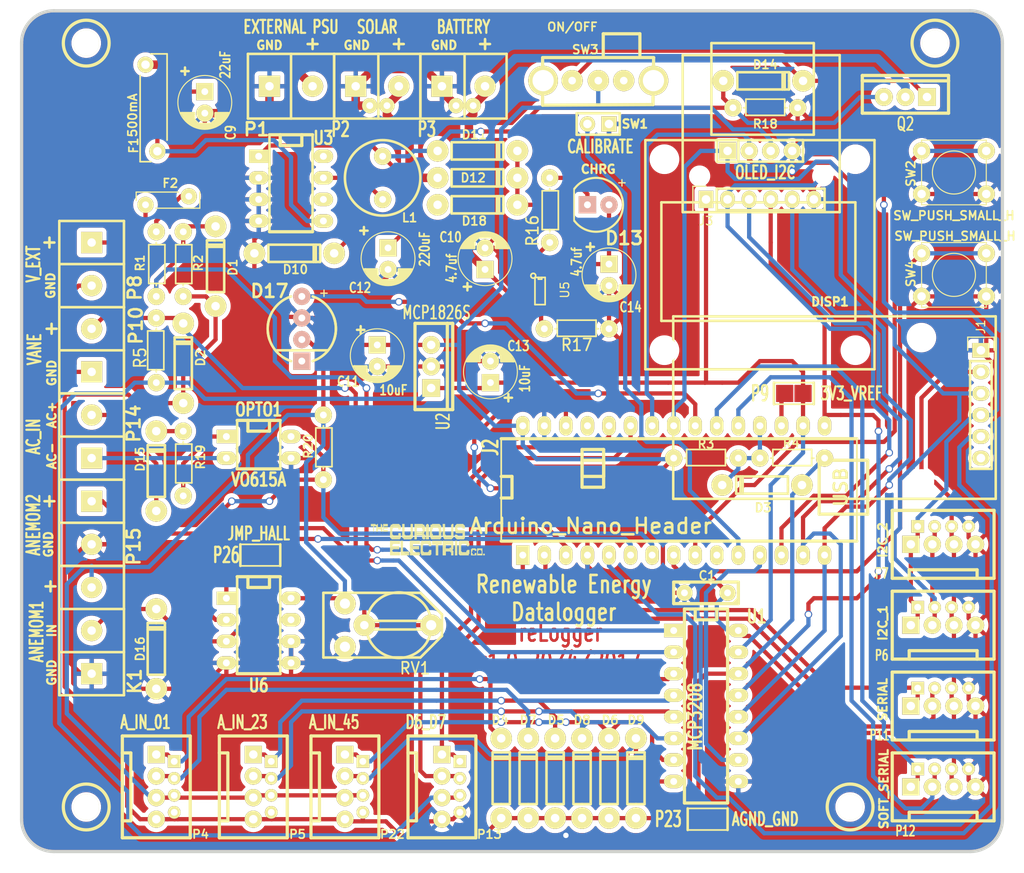
<source format=kicad_pcb>
(kicad_pcb (version 20221018) (generator pcbnew)
  (title_block (date "29 dec 2014"))
  (layers (0 "F.Cu" signal "Front") (31 "B.Cu" signal "Back") (34 "B.Paste" user) (35 "F.Paste" user) (36 "B.SilkS" user "B.Silkscreen") (37 "F.SilkS" user "F.Silkscreen") (38 "B.Mask" user) (39 "F.Mask" user) (44 "Edge.Cuts" user))
  (net 0 "")
  (net 1 "/Arduino Uno/D8")
  (net 2 "/Arduino Uno/VREF")
  (net 3 "/Power Supply/SOLAR+")
  (net 4 "GND")
  (net 5 "/Vss")
  (net 6 "/Power Supply/EXTERNAL+")
  (net 7 "/Power Supply/BATT+")
  (net 8 "Net-(C12-Pad1)")
  (net 9 "+3.3V")
  (net 10 "Net-(C14-Pad1)")
  (net 11 "/VEXT")
  (net 12 "GNDA")
  (net 13 "/VANE")
  (net 14 "/VBATT")
  (net 15 "/A0")
  (net 16 "/A2")
  (net 17 "/A4")
  (net 18 "/A1")
  (net 19 "/A3")
  (net 20 "/A5")
  (net 21 "Net-(D10-Pad1)")
  (net 22 "Net-(D13-Pad1)")
  (net 23 "Net-(D14-Pad1)")
  (net 24 "Net-(D15-Pad1)")
  (net 25 "/AC_to_Freq/AC_IN+")
  (net 26 "/Hall_to_freq/Hall_In")
  (net 27 "/LED_WS2811")
  (net 28 "/SDA")
  (net 29 "/SCLK")
  (net 30 "Net-(F1-Pad1)")
  (net 31 "Net-(F2-Pad1)")
  (net 32 "Net-(F2-Pad2)")
  (net 33 "/CLK_INT")
  (net 34 "/Tx")
  (net 35 "/Rx")
  (net 36 "/Arduino Uno/RESET")
  (net 37 "/IN_AN1")
  (net 38 "/IN_ACFREQ")
  (net 39 "/SW_A")
  (net 40 "/SW_B")
  (net 41 "/CS_ADC")
  (net 42 "/SD_CS")
  (net 43 "/DIN_ADC")
  (net 44 "/DOUT_ADC")
  (net 45 "/CLK_ADC")
  (net 46 "/Tx_SOFT")
  (net 47 "/Rx_SOFT")
  (net 48 "/A6")
  (net 49 "/A7")
  (net 50 "Net-(OPTO1-Pad1)")
  (net 51 "/AC_to_Freq/AC_IN-")
  (net 52 "Net-(R16-Pad2)")
  (net 53 "Net-(R17-Pad1)")
  (net 54 "Net-(RV1-Pad2)")
  (footprint "matts_components:C1_wide_lg_pad" (layer "F.Cu") (at 159.385 101.6 180)
    (fp_text reference "C1")
    (fp_text value "100n" hide)
  )
  (footprint "REInnovationFootprint:C_1V7_TH" (layer "F.Cu") (at 99.06 43.815 -90)
    (fp_text reference "C9")
    (fp_text value "22uF")
  )
  (footprint "REInnovationFootprint:C_1V7_TH" (layer "F.Cu") (at 132.08 62.23 90)
    (fp_text reference "C10")
    (fp_text value "4.7uf")
  )
  (footprint "REInnovationFootprint:C_1V7_TH" (layer "F.Cu") (at 119.38 73.66 -90)
    (fp_text reference "C11")
    (fp_text value "10uF")
  )
  (footprint "REInnovationFootprint:C_1V7_TH" (layer "F.Cu") (at 120.65 62.23 -90)
    (fp_text reference "C12")
    (fp_text value "220uF")
  )
  (footprint "REInnovationFootprint:C_1V7_TH" (layer "F.Cu") (at 132.715 75.565 90)
    (fp_text reference "C13")
    (fp_text value "10uF")
  )
  (footprint "REInnovationFootprint:C_1V7_TH" (layer "F.Cu") (at 146.685 64.135 -90)
    (fp_text reference "C14")
    (fp_text value "4.7uf")
  )
  (footprint "REInnovationFootprint:TH_Diode_1" (layer "F.Cu") (at 100.33 63.5 90)
    (fp_text reference "D1")
    (fp_text value "5V1" hide)
  )
  (footprint "REInnovationFootprint:TH_Diode_1" (layer "F.Cu") (at 96.52 74.93 90)
    (fp_text reference "D2")
    (fp_text value "5V1" hide)
  )
  (footprint "REInnovationFootprint:TH_Diode_1" (layer "F.Cu") (at 165.1 88.9 180)
    (fp_text reference "D3")
    (fp_text value "5V1" hide)
  )
  (footprint "REInnovationFootprint:TH_Diode_1" (layer "F.Cu") (at 133.985 123.825 90)
    (fp_text reference "D4")
    (fp_text value "5V1" hide)
  )
  (footprint "REInnovationFootprint:TH_Diode_1" (layer "F.Cu") (at 140.335 123.825 90)
    (fp_text reference "D5")
    (fp_text value "5V1" hide)
  )
  (footprint "REInnovationFootprint:TH_Diode_1" (layer "F.Cu") (at 146.685 123.825 90)
    (fp_text reference "D6")
    (fp_text value "5V1" hide)
  )
  (footprint "REInnovationFootprint:TH_Diode_1" (layer "F.Cu") (at 137.16 123.825 90)
    (fp_text reference "D7")
    (fp_text value "5V1" hide)
  )
  (footprint "REInnovationFootprint:TH_Diode_1" (layer "F.Cu") (at 143.51 123.825 90)
    (fp_text reference "D8")
    (fp_text value "5V1" hide)
  )
  (footprint "REInnovationFootprint:TH_Diode_1" (layer "F.Cu") (at 149.86 123.825 90)
    (fp_text reference "D9")
    (fp_text value "5V1" hide)
  )
  (footprint "REInnovationFootprint:TH_Diode_1" (layer "F.Cu") (at 109.22 61.595)
    (fp_text reference "D10")
    (fp_text value "1N5819" hide)
  )
  (footprint "REInnovationFootprint:TH_Diode_1" (layer "F.Cu") (at 130.81 49.53)
    (fp_text reference "D11")
    (fp_text value "D_Schottky" hide)
  )
  (footprint "REInnovationFootprint:TH_Diode_1" (layer "F.Cu") (at 130.81 52.705)
    (fp_text reference "D12")
    (fp_text value "D_Schottky" hide)
  )
  (footprint "REInnovationFootprint:TH_LED-5MM_larg_pad" (layer "F.Cu") (at 145.415 55.88 180)
    (fp_text reference "D13")
    (fp_text value "CHRG")
  )
  (footprint "REInnovationFootprint:TH_Diode_1" (layer "F.Cu") (at 164.465 41.275)
    (fp_text reference "D14")
    (fp_text value "D_Schottky" hide)
  )
  (footprint "REInnovationFootprint:TH_Diode_1" (layer "F.Cu") (at 93.345 87.63 90)
    (fp_text reference "D15")
    (fp_text value "1N4001" hide)
  )
  (footprint "REInnovationFootprint:TH_Diode_1" (layer "F.Cu") (at 93.345 108.585 90)
    (fp_text reference "D16")
    (fp_text value "5V1" hide)
  )
  (footprint "REInnovationFootprint:TH_WS2811_LED_8mm" (layer "F.Cu") (at 110.49 70.485 -90)
    (fp_text reference "D17")
    (fp_text value "WS2811_EpiStar_8mm" hide)
  )
  (footprint "REInnovationFootprint:TH_Diode_1" (layer "F.Cu") (at 130.81 55.88)
    (fp_text reference "D18")
    (fp_text value "D_Schottky" hide)
  )
  (footprint "REInnovationFootprint:TH_OLED1306" (layer "F.Cu") (at 164.465 48.26)
    (fp_text reference "DISP1")
    (fp_text value "OLED_I2C")
  )
  (footprint "REInnovationFootprint:TH_MC36201_FUSE" (layer "F.Cu") (at 92.075 39.37 -90)
    (fp_text reference "F1")
    (fp_text value "500mA")
  )
  (footprint "REInnovationFootprint:TH_MC36188_FUSE" (layer "F.Cu") (at 92.075 55.88)
    (fp_text reference "F2")
    (fp_text value "100mA" hide)
  )
  (footprint "REInnovationFootprint:NANO_DIP_30_600" (layer "F.Cu") (at 160.655 89.535)
    (fp_text reference "J2")
    (fp_text value "Arduino_Nano_Header")
  )
  (footprint "REInnovationFootprint:TH_Inductor" (layer "F.Cu") (at 120.015 52.705 90)
    (fp_text reference "L1")
    (fp_text value "330uH" hide)
  )
  (footprint "REInnovationFootprint:SIL-2_screw_terminal" (layer "F.Cu") (at 106.68 41.91)
    (fp_text reference "P1")
    (fp_text value "EXTERNAL PSU")
  )
  (footprint "REInnovationFootprint:SIL_2_screw_+_JST_2mm" (layer "F.Cu") (at 127 41.91)
    (fp_text reference "P2")
    (fp_text value "BATTERY")
  )
  (footprint "REInnovationFootprint:SIL_2_screw_+_JST_2mm" (layer "F.Cu") (at 116.84 41.91)
    (fp_text reference "P3")
    (fp_text value "SOLAR")
  )
  (footprint "matts_components:SIL-4_Grove_SIL" (layer "F.Cu") (at 93.345 124.46 -90)
    (fp_text reference "P4")
    (fp_text value "A_IN_01")
  )
  (footprint "matts_components:SIL-4_Grove_SIL" (layer "F.Cu") (at 104.775 124.46 -90)
    (fp_text reference "P5")
    (fp_text value "A_IN_23")
  )
  (footprint "matts_components:SIL-4_Grove_SIL" (layer "F.Cu") (at 186.055 105.41)
    (fp_text reference "P6")
    (fp_text value "I2C_1")
  )
  (footprint "matts_components:SIL-4_Grove_SIL" (layer "F.Cu") (at 186.055 95.885)
    (fp_text reference "P7")
    (fp_text value "I2C_2")
  )
  (footprint "REInnovationFootprint:SIL-2_screw_terminal" (layer "F.Cu") (at 85.725 60.325 -90)
    (fp_text reference "P8")
    (fp_text value "V_EXT")
  )
  (footprint "REInnovationFootprint:SM_2_SLDR_JMP" (layer "F.Cu") (at 167.005 78.105 180)
    (fp_text reference "P9")
    (fp_text value "3V3_VREF")
  )
  (footprint "REInnovationFootprint:SIL-2_screw_terminal" (layer "F.Cu") (at 85.725 75.565 90)
    (fp_text reference "P10")
    (fp_text value "VANE")
  )
  (footprint "matts_components:SIL-4_Grove_SIL" (layer "F.Cu") (at 186.055 114.935)
    (fp_text reference "P11")
    (fp_text value "SERIAL")
  )
  (footprint "matts_components:SIL-4_Grove_SIL" (layer "F.Cu") (at 186.055 124.46)
    (fp_text reference "P12")
    (fp_text value "SOFT_SERIAL")
  )
  (footprint "matts_components:SIL-4_Grove_SIL" (layer "F.Cu") (at 127 124.46 -90)
    (fp_text reference "P13")
    (fp_text value "D6_D7")
  )
  (footprint "REInnovationFootprint:SIL-2_screw_terminal" (layer "F.Cu") (at 85.725 85.725 90)
    (fp_text reference "P14")
    (fp_text value "AC_IN")
  )
  (footprint "REInnovationFootprint:SIL-2_screw_terminal" (layer "F.Cu") (at 85.725 90.805 -90)
    (fp_text reference "P15")
    (fp_text value "ANEMOM2")
  )
  (footprint "matts_components:SIL-4_Grove_SIL" (layer "F.Cu") (at 115.57 124.46 -90)
    (fp_text reference "P22")
    (fp_text value "A_IN_45")
  )
  (footprint "REInnovationFootprint:SM_2_SLDR_JMP" (layer "F.Cu") (at 156.845 128.27 180)
    (fp_text reference "P23")
    (fp_text value "AGND_GND")
  )
  (footprint "REInnovationFootprint:SM_2_SLDR_JMP" (layer "F.Cu") (at 104.14 97.155 180)
    (fp_text reference "P26")
    (fp_text value "JMP_HALL")
  )
  (footprint "REInnovationFootprint:TH_Resistor_1" (layer "F.Cu") (at 93.345 62.865 -90)
    (fp_text reference "R1")
    (fp_text value "470k" hide)
  )
  (footprint "REInnovationFootprint:TH_Resistor_1" (layer "F.Cu") (at 96.52 62.865 -90)
    (fp_text reference "R2")
    (fp_text value "47k" hide)
  )
  (footprint "REInnovationFootprint:TH_Resistor_1" (layer "F.Cu") (at 158.115 85.725)
    (fp_text reference "R3")
    (fp_text value "100k" hide)
  )
  (footprint "REInnovationFootprint:TH_Resistor_1" (layer "F.Cu") (at 168.275 85.725)
    (fp_text reference "R4")
    (fp_text value "100k" hide)
  )
  (footprint "REInnovationFootprint:TH_Resistor_1" (layer "F.Cu") (at 93.345 73.025 90)
    (fp_text reference "R5")
    (fp_text value "10k" hide)
  )
  (footprint "REInnovationFootprint:TH_Resistor_1" (layer "F.Cu") (at 139.7 56.515 -90)
    (fp_text reference "R16")
    (fp_text value "470" hide)
  )
  (footprint "REInnovationFootprint:TH_Resistor_1" (layer "F.Cu") (at 142.875 70.485)
    (fp_text reference "R17")
    (fp_text value "2k" hide)
  )
  (footprint "REInnovationFootprint:TH_Resistor_1" (layer "F.Cu") (at 165.1 44.45)
    (fp_text reference "R18")
    (fp_text value "100k" hide)
  )
  (footprint "REInnovationFootprint:TH_Resistor_1" (layer "F.Cu") (at 96.52 86.36 -90)
    (fp_text reference "R19")
    (fp_text value "1k" hide)
  )
  (footprint "REInnovationFootprint:TH_Resistor_1" (layer "F.Cu") (at 113.03 84.455 -90)
    (fp_text reference "R20")
    (fp_text value "10k" hide)
  )
  (footprint "REInnovationFootprint:RV_various_lg_pad" (layer "F.Cu") (at 120.65 105.41)
    (fp_text reference "RV1")
    (fp_text value "100k" hide)
  )
  (footprint "REInnovationFootprint:SIL-2_large_hole" (layer "F.Cu") (at 145.415 46.355 180)
    (fp_text reference "SW1")
    (fp_text value "CALIBRATE")
  )
  (footprint "REInnovationFootprint:SW_PUSH_SMALL_lg_pad" (layer "F.Cu") (at 187.325 52.07)
    (fp_text reference "SW2")
    (fp_text value "SW_PUSH_SMALL_H")
  )
  (footprint "matts_components:SW_SPDT_rapid_760271" (layer "F.Cu") (at 145.415 41.275 90)
    (fp_text reference "SW3")
    (fp_text value "ON/OFF")
  )
  (footprint "REInnovationFootprint:SW_PUSH_SMALL_lg_pad" (layer "F.Cu") (at 187.325 64.135)
    (fp_text reference "SW4")
    (fp_text value "SW_PUSH_SMALL_H")
  )
  (footprint "REInnovationFootprint:DIP-16__300_ELL" (layer "F.Cu") (at 158.115 114.935 -90)
    (fp_text reference "U1")
    (fp_text value "MCP3208")
  )
  (footprint "REInnovationFootprint:DIP-8_300_ELL" (layer "F.Cu") (at 109.22 57.785 -90)
    (fp_text reference "U3")
    (fp_text value "LM2574" hide)
  )
  (footprint "REInnovationFootprint:SM_SOT-23-5" (layer "F.Cu") (at 137.16 66.04 -90)
    (fp_text reference "U5")
    (fp_text value "MCP73832" hide)
  )
  (footprint "REInnovationFootprint:DIP-8_300_ELL" (layer "F.Cu") (at 105.41 109.855 -90)
    (fp_text reference "U6")
    (fp_text value "LM393" hide)
  )
  (footprint "REInnovationFootprint:SIL-3_screw_terminal" (layer "F.Cu") (at 85.725 111.125 90)
    (fp_text reference "K1")
    (fp_text value "ANEMOM1")
  )
  (footprint "REInnovationFootprint:DIP-4_300_ELL" (layer "F.Cu") (at 105.41 90.805 -90)
    (fp_text reference "OPTO1")
    (fp_text value "VO615A")
  )
  (footprint "REInnovationFootprint:TH_RTC_MODULE" (layer "F.Cu") (at 190.5 73.025)
    (fp_text reference "J1")
    (fp_text value "RTC_MODULE" hide)
  )
  (footprint "REInnovationFootprint:TH_SD_MODULE" (layer "F.Cu") (at 158.115 55.245 90)
    (fp_text reference "J3")
    (fp_text value "MICRO_SD" hide)
  )
  (footprint "REInnovationFootprint:TO220_MCP1826S" (layer "F.Cu") (at 125.73 74.93)
    (fp_text reference "U2")
    (fp_text value "MCP1826S")
  )
  (footprint "REInnovationFootprint:TO220_P_FET" (layer "F.Cu") (at 181.61 43.18 90)
    (fp_text reference "Q2")
    (fp_text value "RFU9110PBF" hide)
  )
  (footprint "CuriousElectric3:CEC_Globe_10mm_FCU" (layer "F.Cu") (at 124.333 87.884)
    (fp_text reference "LOGO1" hide)
    (fp_text value "CONN_1" hide)
  )
  (footprint "CuriousElectric3:TCEC_Words_13mm" (layer "F.Cu") (at 118.364 93.218)
    (fp_text reference "LOGO2" hide)
    (fp_text value "CONN_1" hide)
  )
  (footprint "3mm_hole_relogger" (layer "F.Cu") (at 85.09 36.83)
    (fp_text reference "HOLE1" hide)
    (fp_text value "CONN_1" hide)
  )
  (gr_line (start 193.04 128.27) (end 193.04 36.83) (stroke (width 0.381)) (layer "Edge.Cuts"))
  (gr_arc (start 77.47 36.83) (mid 78.585923 34.135923) (end 81.28 33.02) (stroke (width 0.381)) (layer "Edge.Cuts"))
  (gr_line (start 81.28 33.02) (end 189.23 33.02) (stroke (width 0.381)) (layer "Edge.Cuts"))
  (gr_arc (start 189.23 33.02) (mid 191.924077 34.135923) (end 193.04 36.83) (stroke (width 0.381)) (layer "Edge.Cuts"))
  (gr_arc (start 81.28 132.08) (mid 78.585923 130.964077) (end 77.47 128.27) (stroke (width 0.381)) (layer "Edge.Cuts"))
  (gr_line (start 189.23 132.08) (end 81.28 132.08) (stroke (width 0.381)) (layer "Edge.Cuts"))
  (gr_arc (start 193.04 128.27) (mid 191.924077 130.964077) (end 189.23 132.08) (stroke (width 0.381)) (layer "Edge.Cuts"))
  (gr_line (start 77.47 128.27) (end 77.47 36.83) (stroke (width 0.381)) (layer "Edge.Cuts"))
  (gr_text "v1.0 20/4/2017" (at 140.843 109.601) (layer "F.Cu") (effects (font (size 2.032 1.524) (thickness 0.3048))))
  (gr_text "reLogger" (at 140.97 106.299) (layer "F.Cu") (effects (font (size 2.032 1.524) (thickness 0.3048))))
  (gr_text "Renewable Energy\nDatalogger" (at 141.351 102.235) (layer "F.SilkS") (effects (font (size 2.032 1.524) (thickness 0.3048))))
  (segment (start 144.145 50.165) (end 148.59 54.61) (width 0.5) (layer "B.Cu") (net 1))
  (segment (start 148.59 54.61) (end 148.59 77.47) (width 0.5) (layer "B.Cu") (net 1))
  (segment (start 148.59 77.47) (end 150.495 79.375) (width 0.5) (layer "B.Cu") (net 1))
  (segment (start 150.495 79.375) (end 150.495 83.185) (width 0.5) (layer "B.Cu") (net 1))
  (segment (start 150.495 83.185) (end 151.13 83.82) (width 0.5) (layer "B.Cu") (net 1))
  (segment (start 151.13 83.82) (end 154.305 83.82) (width 0.5) (layer "B.Cu") (net 1))
  (segment (start 154.305 83.82) (end 154.94 83.82) (width 0.5) (layer "B.Cu") (net 1))
  (segment (start 154.94 83.82) (end 156.21 85.09) (width 0.5) (layer "B.Cu") (net 1))
  (segment (start 156.21 85.09) (end 156.21 89.535) (width 0.5) (layer "B.Cu") (net 1))
  (segment (start 156.21 89.535) (end 161.925 95.25) (width 0.5) (layer "B.Cu") (net 1))
  (segment (start 161.925 95.25) (end 161.925 97.155) (width 0.5) (layer "B.Cu") (net 1))
  (segment (start 144.145 46.355) (end 144.145 50.165) (width 0.5) (layer "B.Cu") (net 1))
  (segment (start 167.005 78.486) (end 167.005 81.915) (width 0.5) (layer "F.Cu") (net 2))
  (segment (start 167.386 78.105) (end 167.005 78.486) (width 0.5) (layer "F.Cu") (net 2))
  (segment (start 121.92 42.799) (end 120.523 44.196) (width 1) (layer "F.Cu") (net 3))
  (segment (start 120.523 45.339) (end 123.19 48.006) (width 1) (layer "F.Cu") (net 3))
  (segment (start 123.19 48.006) (end 123.19 51.308) (width 1) (layer "F.Cu") (net 3))
  (segment (start 123.19 51.308) (end 124.587 52.705) (width 1) (layer "F.Cu") (net 3))
  (segment (start 124.587 52.705) (end 126.492 52.705) (width 1) (layer "F.Cu") (net 3))
  (segment (start 121.92 41.91) (end 121.92 42.799) (width 1) (layer "F.Cu") (net 3))
  (segment (start 120.523 44.196) (end 120.523 45.339) (width 1) (layer "F.Cu") (net 3))
  (segment (start 127 42.545) (end 128.651 44.196) (width 1) (layer "F.Cu") (net 4))
  (segment (start 118.872 39.878) (end 124.968 39.878) (width 1) (layer "F.Cu") (net 4))
  (segment (start 124.968 39.878) (end 127 41.91) (width 1) (layer "F.Cu") (net 4))
  (segment (start 108.966 44.196) (end 114.554 44.196) (width 1) (layer "F.Cu") (net 4))
  (segment (start 104.902 59.944) (end 105.41 59.436) (width 0.5) (layer "F.Cu") (net 4))
  (segment (start 105.41 59.436) (end 105.41 57.785) (width 0.5) (layer "F.Cu") (net 4))
  (segment (start 103.251 52.705) (end 99.06 48.514) (width 0.5) (layer "F.Cu") (net 4))
  (segment (start 99.06 48.514) (end 99.06 45.085) (width 0.5) (layer "F.Cu") (net 4))
  (segment (start 88.265 111.125) (end 90.043 112.903) (width 0.5) (layer "F.Cu") (net 4))
  (segment (start 90.043 112.903) (end 93.345 112.903) (width 0.5) (layer "F.Cu") (net 4))
  (segment (start 98.552 112.903) (end 101.6 109.855) (width 0.5) (layer "F.Cu") (net 4))
  (segment (start 113.665 109.855) (end 115.57 107.95) (width 0.5) (layer "F.Cu") (net 4))
  (segment (start 130.175 74.93) (end 130.81 74.295) (width 0.5) (layer "F.Cu") (net 4))
  (segment (start 130.81 74.295) (end 132.715 74.295) (width 0.5) (layer "F.Cu") (net 4))
  (segment (start 142.875 74.295) (end 146.685 70.485) (width 0.5) (layer "F.Cu") (net 4))
  (segment (start 136.271 74.295) (end 142.875 74.295) (width 0.5) (layer "F.Cu") (net 4))
  (segment (start 135.636 66.04) (end 134.112 64.516) (width 0.5) (layer "F.Cu") (net 4))
  (segment (start 134.112 64.516) (end 134.112 61.976) (width 0.5) (layer "F.Cu") (net 4))
  (segment (start 134.112 61.976) (end 133.096 60.96) (width 0.5) (layer "F.Cu") (net 4))
  (segment (start 133.096 60.96) (end 132.08 60.96) (width 0.5) (layer "F.Cu") (net 4))
  (segment (start 120.65 64.262) (end 115.697 69.215) (width 0.5) (layer "F.Cu") (net 4))
  (segment (start 115.697 69.215) (end 110.49 69.215) (width 0.5) (layer "F.Cu") (net 4))
  (segment (start 105.664 84.328) (end 107.061 85.725) (width 0.5) (layer "F.Cu") (net 4))
  (segment (start 107.061 85.725) (end 109.22 85.725) (width 0.5) (layer "F.Cu") (net 4))
  (segment (start 128.301 128.27) (end 129.111 127.46) (width 0.5) (layer "F.Cu") (net 4))
  (segment (start 161.925 127.635) (end 161.29 128.27) (width 0.5) (layer "F.Cu") (net 4))
  (segment (start 161.29 128.27) (end 159.385 128.27) (width 0.5) (layer "F.Cu") (net 4))
  (segment (start 141.605 130.175) (end 155.575 130.175) (width 0.5) (layer "F.Cu") (net 4))
  (segment (start 155.575 130.175) (end 158.75 130.175) (width 0.5) (layer "F.Cu") (net 4))
  (segment (start 158.75 130.175) (end 159.385 129.54) (width 0.5) (layer "F.Cu") (net 4))
  (segment (start 159.385 129.54) (end 159.385 128.27) (width 0.5) (layer "F.Cu") (net 4))
  (segment (start 168.91 48.895) (end 168.275 49.53) (width 0.5) (layer "F.Cu") (net 4))
  (segment (start 191.135 72.39) (end 190.5 73.025) (width 0.5) (layer "F.Cu") (net 4))
  (segment (start 187.452 54.61) (end 191.135 54.61) (width 0.5) (layer "F.Cu") (net 4))
  (segment (start 187.452 66.675) (end 191.135 66.675) (width 0.5) (layer "F.Cu") (net 4))
  (segment (start 187.452 54.864) (end 187.452 66.675) (width 0.5) (layer "F.Cu") (net 4))
  (segment (start 189.055 123.65) (end 189.865 124.46) (width 0.5) (layer "F.Cu") (net 4))
  (segment (start 189.865 121.539) (end 189.055 122.349) (width 0.5) (layer "F.Cu") (net 4))
  (segment (start 189.055 114.125) (end 189.865 114.935) (width 0.5) (layer "F.Cu") (net 4))
  (segment (start 189.865 112.014) (end 189.055 112.824) (width 0.5) (layer "F.Cu") (net 4))
  (segment (start 189.055 104.6) (end 189.865 105.41) (width 0.5) (layer "F.Cu") (net 4))
  (segment (start 189.865 102.489) (end 189.055 103.299) (width 0.5) (layer "F.Cu") (net 4))
  (segment (start 189.055 95.075) (end 189.865 95.885) (width 0.5) (layer "F.Cu") (net 4))
  (segment (start 190.5 73.152) (end 192.278 74.93) (width 0.5) (layer "F.Cu") (net 4))
  (segment (start 192.278 74.93) (end 192.278 90.551) (width 0.5) (layer "F.Cu") (net 4))
  (segment (start 192.278 90.551) (end 189.055 93.774) (width 0.5) (layer "F.Cu") (net 4))
  (segment (start 144.145 98.425) (end 147.32 101.6) (width 0.5) (layer "F.Cu") (net 4))
  (segment (start 147.32 101.6) (end 155.575 101.6) (width 0.5) (layer "F.Cu") (net 4))
  (segment (start 121.412 122.047) (end 121.412 125.476) (width 0.5) (layer "F.Cu") (net 4))
  (segment (start 121.412 125.476) (end 124.46 128.524) (width 0.5) (layer "F.Cu") (net 4))
  (segment (start 124.46 128.524) (end 126.746 128.524) (width 0.5) (layer "F.Cu") (net 4))
  (segment (start 126.746 128.524) (end 127 128.27) (width 0.5) (layer "F.Cu") (net 4))
  (segment (start 146.685 52.07) (end 146.685 52.705) (width 0.5) (layer "F.Cu") (net 4))
  (segment (start 146.685 52.705) (end 148.59 54.61) (width 0.5) (layer "F.Cu") (net 4))
  (segment (start 148.59 54.61) (end 148.59 68.58) (width 0.5) (layer "F.Cu") (net 4))
  (segment (start 148.59 68.58) (end 146.685 70.485) (width 0.5) (layer "F.Cu") (net 4))
  (segment (start 168.91 46.355) (end 168.91 48.895) (width 0.5) (layer "F.Cu") (net 4))
  (segment (start 185.42 46.355) (end 186.055 46.355) (width 0.5) (layer "F.Cu") (net 4))
  (segment (start 186.055 46.355) (end 187.452 47.752) (width 0.5) (layer "F.Cu") (net 4))
  (segment (start 111.125 109.855) (end 113.665 109.855) (width 0.5) (layer "F.Cu") (net 4))
  (segment (start 111.125 111.76) (end 121.412 122.047) (width 0.5) (layer "F.Cu") (net 4))
  (segment (start 104.394 44.196) (end 106.68 44.196) (width 1) (layer "F.Cu") (net 4))
  (segment (start 106.68 44.196) (end 108.966 44.196) (width 1) (layer "F.Cu") (net 4))
  (segment (start 116.84 44.196) (end 118.491 44.196) (width 1) (layer "F.Cu") (net 4))
  (segment (start 105.664 67.564) (end 105.664 69.088) (width 0.5) (layer "F.Cu") (net 4))
  (segment (start 105.664 72.136) (end 105.664 84.328) (width 0.5) (layer "F.Cu") (net 4))
  (segment (start 110.363 69.088) (end 105.664 69.088) (width 0.5) (layer "F.Cu") (net 4))
  (segment (start 105.664 69.088) (end 105.664 72.136) (width 0.5) (layer "F.Cu") (net 4))
  (segment (start 90.805 95.885) (end 85.725 95.885) (width 0.5) (layer "F.Cu") (net 4))
  (segment (start 85.09 95.885) (end 83.185 97.79) (width 0.5) (layer "F.Cu") (net 4))
  (segment (start 83.185 97.79) (end 83.185 109.855) (width 0.5) (layer "F.Cu") (net 4))
  (segment (start 83.185 109.855) (end 84.455 111.125) (width 0.5) (layer "F.Cu") (net 4))
  (segment (start 84.455 111.125) (end 85.725 111.125) (width 0.5) (layer "F.Cu") (net 4))
  (segment (start 86.995 95.885) (end 90.805 95.885) (width 0.5) (layer "F.Cu") (net 4))
  (segment (start 99.06 95.885) (end 107.061 87.884) (width 0.5) (layer "F.Cu") (net 4))
  (segment (start 107.061 87.884) (end 107.061 85.725) (width 0.5) (layer "F.Cu") (net 4))
  (segment (start 168.275 51.943) (end 170.815 54.483) (width 0.5) (layer "F.Cu") (net 4))
  (segment (start 170.815 54.483) (end 170.815 55.245) (width 0.5) (layer "F.Cu") (net 4))
  (segment (start 187.452 54.864) (end 187.452 47.752) (width 0.5) (layer "F.Cu") (net 4))
  (segment (start 167.005 46.355) (end 168.91 46.355) (width 0.5) (layer "F.Cu") (net 4))
  (segment (start 190.5 73.025) (end 190.5 73.152) (width 0.5) (layer "F.Cu") (net 4))
  (segment (start 168.91 46.355) (end 185.42 46.355) (width 0.5) (layer "F.Cu") (net 4))
  (segment (start 161.925 123.825) (end 161.925 127.635) (width 0.5) (layer "F.Cu") (net 4))
  (segment (start 125.73 74.93) (end 130.175 74.93) (width 0.5) (layer "F.Cu") (net 4))
  (segment (start 104.902 61.595) (end 104.902 66.802) (width 0.5) (layer "F.Cu") (net 4))
  (segment (start 116.84 41.91) (end 116.84 44.196) (width 1) (layer "F.Cu") (net 4))
  (segment (start 104.902 66.802) (end 105.664 67.564) (width 0.5) (layer "F.Cu") (net 4))
  (segment (start 183.515 66.675) (end 187.452 66.675) (width 0.5) (layer "F.Cu") (net 4))
  (segment (start 110.49 69.215) (end 110.363 69.088) (width 0.5) (layer "F.Cu") (net 4))
  (segment (start 105.41 52.705) (end 103.251 52.705) (width 0.5) (layer "F.Cu") (net 4))
  (segment (start 144.145 97.155) (end 144.145 98.425) (width 0.5) (layer "F.Cu") (net 4))
  (segment (start 189.865 114.935) (end 189.865 121.539) (width 0.5) (layer "F.Cu") (net 4))
  (segment (start 146.685 46.355) (end 167.005 46.355) (width 0.5) (layer "F.Cu") (net 4))
  (segment (start 104.902 61.595) (end 104.902 59.944) (width 0.5) (layer "F.Cu") (net 4))
  (segment (start 189.055 93.774) (end 189.055 95.075) (width 0.5) (layer "F.Cu") (net 4))
  (segment (start 132.715 74.295) (end 136.271 74.295) (width 0.5) (layer "F.Cu") (net 4))
  (segment (start 85.725 111.125) (end 88.265 111.125) (width 0.5) (layer "F.Cu") (net 4))
  (segment (start 189.865 95.885) (end 189.865 102.489) (width 0.5) (layer "F.Cu") (net 4))
  (segment (start 120.65 63.5) (end 120.65 64.262) (width 0.5) (layer "F.Cu") (net 4))
  (segment (start 106.68 41.91) (end 106.68 44.196) (width 1) (layer "F.Cu") (net 4))
  (segment (start 127 41.91) (end 127 42.545) (width 1) (layer "F.Cu") (net 4))
  (segment (start 183.515 54.61) (end 187.452 54.61) (width 0.5) (layer "F.Cu") (net 4))
  (segment (start 146.685 46.355) (end 146.685 52.07) (width 0.5) (layer "F.Cu") (net 4))
  (segment (start 119.38 74.93) (end 125.73 74.93) (width 0.5) (layer "F.Cu") (net 4))
  (segment (start 111.125 109.855) (end 111.125 111.76) (width 0.5) (layer "F.Cu") (net 4))
  (segment (start 189.055 122.349) (end 189.055 123.65) (width 0.5) (layer "F.Cu") (net 4))
  (segment (start 146.685 65.405) (end 146.685 70.485) (width 0.5) (layer "F.Cu") (net 4))
  (segment (start 109.22 107.315) (end 109.22 109.855) (width 0.5) (layer "F.Cu") (net 4))
  (segment (start 85.725 95.885) (end 86.995 95.885) (width 0.5) (layer "F.Cu") (net 4))
  (segment (start 189.055 112.824) (end 189.055 114.125) (width 0.5) (layer "F.Cu") (net 4))
  (segment (start 189.055 103.299) (end 189.055 104.6) (width 0.5) (layer "F.Cu") (net 4))
  (segment (start 191.135 66.675) (end 191.135 72.39) (width 0.5) (layer "F.Cu") (net 4))
  (segment (start 168.91 44.45) (end 168.91 46.355) (width 0.5) (layer "F.Cu") (net 4))
  (segment (start 86.995 95.885) (end 99.06 95.885) (width 0.5) (layer "F.Cu") (net 4))
  (segment (start 137.16 66.04) (end 135.636 66.04) (width 0.5) (layer "F.Cu") (net 4))
  (segment (start 116.84 41.91) (end 118.872 39.878) (width 1) (layer "F.Cu") (net 4))
  (segment (start 109.22 109.855) (end 111.125 109.855) (width 0.5) (layer "F.Cu") (net 4))
  (segment (start 187.452 54.61) (end 187.452 54.864) (width 0.5) (layer "F.Cu") (net 4))
  (segment (start 189.865 105.41) (end 189.865 112.014) (width 0.5) (layer "F.Cu") (net 4))
  (segment (start 101.6 109.855) (end 109.22 109.855) (width 0.5) (layer "F.Cu") (net 4))
  (segment (start 103.505 45.085) (end 104.394 44.196) (width 1) (layer "F.Cu") (net 4))
  (segment (start 99.06 45.085) (end 103.505 45.085) (width 1) (layer "F.Cu") (net 4))
  (segment (start 93.345 112.903) (end 98.552 112.903) (width 0.5) (layer "F.Cu") (net 4))
  (segment (start 105.41 55.245) (end 105.41 57.785) (width 0.5) (layer "F.Cu") (net 4))
  (segment (start 114.554 44.196) (end 116.84 44.196) (width 1) (layer "F.Cu") (net 4))
  (segment (start 105.41 52.705) (end 105.41 55.245) (width 0.5) (layer "F.Cu") (net 4))
  (segment (start 85.725 95.885) (end 85.09 95.885) (width 0.5) (layer "F.Cu") (net 4))
  (segment (start 127 128.27) (end 128.301 128.27) (width 0.5) (layer "F.Cu") (net 4))
  (via (at 168.275 51.943) (size 0.889) (drill 0.635) (layers "F.Cu" "B.Cu") (net 4))
  (via (at 141.605 130.175) (size 0.889) (drill 0.635) (layers "F.Cu" "B.Cu") (net 4))
  (segment (start 111.76 69.215) (end 117.475 74.93) (width 0.5) (layer "B.Cu") (net 4))
  (segment (start 117.475 74.93) (end 119.38 74.93) (width 0.5) (layer "B.Cu") (net 4))
  (segment (start 124.968 63.5) (end 127.508 60.96) (width 0.5) (layer "B.Cu") (net 4))
  (segment (start 127.508 60.96) (end 132.08 60.96) (width 0.5) (layer "B.Cu") (net 4))
  (segment (start 129.111 127.841) (end 131.445 130.175) (width 0.5) (layer "B.Cu") (net 4))
  (segment (start 131.445 130.175) (end 141.605 130.175) (width 0.5) (layer "B.Cu") (net 4))
  (segment (start 155.575 102.87) (end 157.48 104.775) (width 0.5) (layer "B.Cu") (net 4))
  (segment (start 157.48 104.775) (end 157.48 121.285) (width 0.5) (layer "B.Cu") (net 4))
  (segment (start 157.48 121.285) (end 160.02 123.825) (width 0.5) (layer "B.Cu") (net 4))
  (segment (start 160.02 123.825) (end 161.925 123.825) (width 0.5) (layer "B.Cu") (net 4))
  (segment (start 136.525 74.295) (end 139.065 76.835) (width 0.5) (layer "B.Cu") (net 4))
  (segment (start 139.065 76.835) (end 139.065 81.915) (width 0.5) (layer "B.Cu") (net 4))
  (segment (start 111.125 107.315) (end 111.76 106.68) (width 0.5) (layer "B.Cu") (net 4))
  (segment (start 111.76 106.68) (end 111.76 97.79) (width 0.5) (layer "B.Cu") (net 4))
  (segment (start 111.76 97.79) (end 109.22 95.25) (width 0.5) (layer "B.Cu") (net 4))
  (segment (start 155.575 101.6) (end 155.575 102.87) (width 0.5) (layer "B.Cu") (net 4))
  (segment (start 120.65 63.5) (end 124.968 63.5) (width 0.5) (layer "B.Cu") (net 4))
  (segment (start 110.49 69.215) (end 111.76 69.215) (width 0.5) (layer "B.Cu") (net 4))
  (segment (start 168.275 49.53) (end 168.275 51.943) (width 0.5) (layer "B.Cu") (net 4))
  (segment (start 129.111 127.46) (end 129.111 127.841) (width 0.5) (layer "B.Cu") (net 4))
  (segment (start 132.715 74.295) (end 136.525 74.295) (width 0.5) (layer "B.Cu") (net 4))
  (segment (start 109.22 107.315) (end 111.125 107.315) (width 0.5) (layer "B.Cu") (net 4))
  (segment (start 109.22 85.725) (end 109.22 95.25) (width 0.5) (layer "B.Cu") (net 4))
  (segment (start 114.935 102.235) (end 115.57 102.87) (width 0.5) (layer "F.Cu") (net 5))
  (segment (start 95.186 125.73) (end 104.775 125.73) (width 0.5) (layer "F.Cu") (net 5))
  (segment (start 104.775 125.73) (end 105.045 125.46) (width 0.5) (layer "F.Cu") (net 5))
  (segment (start 115.3 125.46) (end 117.681 125.46) (width 0.5) (layer "F.Cu") (net 5))
  (segment (start 105.045 125.46) (end 104.775 125.73) (width 0.5) (layer "F.Cu") (net 5))
  (segment (start 115.3 125.46) (end 115.57 125.73) (width 0.5) (layer "F.Cu") (net 5))
  (segment (start 111.125 71.755) (end 111.76 72.39) (width 0.5) (layer "F.Cu") (net 5))
  (segment (start 111.76 72.39) (end 113.03 72.39) (width 0.5) (layer "F.Cu") (net 5))
  (segment (start 113.03 72.39) (end 119.38 72.39) (width 0.5) (layer "F.Cu") (net 5))
  (segment (start 187.055 124.19) (end 187.325 124.46) (width 0.5) (layer "F.Cu") (net 5))
  (segment (start 187.325 122.079) (end 187.055 122.349) (width 0.5) (layer "F.Cu") (net 5))
  (segment (start 187.055 114.665) (end 187.325 114.935) (width 0.5) (layer "F.Cu") (net 5))
  (segment (start 187.325 112.554) (end 187.055 112.824) (width 0.5) (layer "F.Cu") (net 5))
  (segment (start 187.055 105.14) (end 187.325 105.41) (width 0.5) (layer "F.Cu") (net 5))
  (segment (start 187.325 103.029) (end 187.055 103.299) (width 0.5) (layer "F.Cu") (net 5))
  (segment (start 187.055 95.615) (end 187.325 95.885) (width 0.5) (layer "F.Cu") (net 5))
  (segment (start 187.055 90.535) (end 185.045 88.525) (width 0.5) (layer "F.Cu") (net 5))
  (segment (start 185.045 88.525) (end 183.5 88.525) (width 0.5) (layer "F.Cu") (net 5))
  (segment (start 186.563 75.565) (end 183.5 78.628) (width 0.5) (layer "F.Cu") (net 5))
  (segment (start 183.5 78.628) (end 183.5 88.525) (width 0.5) (layer "F.Cu") (net 5))
  (segment (start 187.325 118.11) (end 187.325 122.079) (width 0.5) (layer "F.Cu") (net 5))
  (segment (start 174.625 118.11) (end 164.465 107.95) (width 0.5) (layer "F.Cu") (net 5))
  (segment (start 164.465 107.95) (end 163.195 106.68) (width 0.5) (layer "F.Cu") (net 5))
  (segment (start 163.195 106.68) (end 162.56 106.68) (width 0.5) (layer "F.Cu") (net 5))
  (segment (start 162.56 106.68) (end 161.925 106.045) (width 0.5) (layer "F.Cu") (net 5))
  (segment (start 153.035 86.995) (end 153.035 99.06) (width 0.5) (layer "F.Cu") (net 5))
  (segment (start 153.035 99.06) (end 153.67 99.695) (width 0.5) (layer "F.Cu") (net 5))
  (segment (start 153.67 99.695) (end 158.75 99.695) (width 0.5) (layer "F.Cu") (net 5))
  (segment (start 158.75 99.695) (end 160.655 101.6) (width 0.5) (layer "F.Cu") (net 5))
  (segment (start 114.538 125.46) (end 115.3 125.46) (width 0.5) (layer "F.Cu") (net 5))
  (segment (start 115.84 125.46) (end 115.57 125.73) (width 0.5) (layer "F.Cu") (net 5))
  (segment (start 109.22 102.235) (end 114.935 102.235) (width 0.5) (layer "F.Cu") (net 5))
  (segment (start 187.325 114.935) (end 187.325 118.11) (width 0.5) (layer "F.Cu") (net 5))
  (segment (start 187.325 95.885) (end 187.325 103.029) (width 0.5) (layer "F.Cu") (net 5))
  (segment (start 187.055 93.774) (end 187.055 95.615) (width 0.5) (layer "F.Cu") (net 5))
  (segment (start 106.886 125.46) (end 114.538 125.46) (width 0.5) (layer "F.Cu") (net 5))
  (segment (start 110.49 71.755) (end 111.125 71.755) (width 0.5) (layer "F.Cu") (net 5))
  (segment (start 113.03 80.645) (end 113.03 72.39) (width 0.5) (layer "F.Cu") (net 5))
  (segment (start 117.681 125.46) (end 115.84 125.46) (width 0.5) (layer "F.Cu") (net 5))
  (segment (start 187.055 93.774) (end 187.055 90.535) (width 0.5) (layer "F.Cu") (net 5))
  (segment (start 154.305 85.725) (end 153.035 86.995) (width 0.5) (layer "F.Cu") (net 5))
  (segment (start 93.345 125.73) (end 95.186 125.73) (width 0.5) (layer "F.Cu") (net 5))
  (segment (start 187.055 103.299) (end 187.055 105.14) (width 0.5) (layer "F.Cu") (net 5))
  (segment (start 187.055 112.824) (end 187.055 114.665) (width 0.5) (layer "F.Cu") (net 5))
  (segment (start 187.325 105.41) (end 187.325 112.554) (width 0.5) (layer "F.Cu") (net 5))
  (segment (start 187.325 118.11) (end 174.625 118.11) (width 0.5) (layer "F.Cu") (net 5))
  (segment (start 190.5 75.565) (end 186.563 75.565) (width 0.5) (layer "F.Cu") (net 5))
  (segment (start 106.886 125.46) (end 105.045 125.46) (width 0.5) (layer "F.Cu") (net 5))
  (segment (start 119.38 72.39) (end 125.73 72.39) (width 0.5) (layer "F.Cu") (net 5))
  (segment (start 187.055 122.349) (end 187.055 124.19) (width 0.5) (layer "F.Cu") (net 5))
  (segment (start 108.839 80.645) (end 104.14 85.344) (width 0.5) (layer "B.Cu") (net 5))
  (segment (start 104.14 85.344) (end 104.14 86.868) (width 0.5) (layer "B.Cu") (net 5))
  (segment (start 104.14 86.868) (end 92.456 98.552) (width 0.5) (layer "B.Cu") (net 5))
  (segment (start 92.456 98.552) (end 85.725 98.552) (width 0.5) (layer "B.Cu") (net 5))
  (segment (start 84.836 98.552) (end 82.804 100.584) (width 0.5) (layer "B.Cu") (net 5))
  (segment (start 82.804 100.584) (end 82.804 108.966) (width 0.5) (layer "B.Cu") (net 5))
  (segment (start 129.032 74.168) (end 129.032 77.724) (width 0.5) (layer "B.Cu") (net 5))
  (segment (start 129.032 77.724) (end 133.223 81.915) (width 0.5) (layer "B.Cu") (net 5))
  (segment (start 133.223 81.915) (end 136.525 81.915) (width 0.5) (layer "B.Cu") (net 5))
  (segment (start 136.525 84.201) (end 138.176 85.852) (width 0.5) (layer "B.Cu") (net 5))
  (segment (start 138.176 85.852) (end 154.178 85.852) (width 0.5) (layer "B.Cu") (net 5))
  (segment (start 154.178 85.852) (end 154.305 85.725) (width 0.5) (layer "B.Cu") (net 5))
  (segment (start 136.525 44.45) (end 133.985 46.99) (width 0.5) (layer "B.Cu") (net 5))
  (segment (start 133.985 46.99) (end 133.985 65.405) (width 0.5) (layer "B.Cu") (net 5))
  (segment (start 133.985 65.405) (end 133.985 65.659) (width 0.5) (layer "B.Cu") (net 5))
  (segment (start 159.385 102.87) (end 159.385 104.775) (width 0.5) (layer "B.Cu") (net 5))
  (segment (start 159.385 104.775) (end 160.655 106.045) (width 0.5) (layer "B.Cu") (net 5))
  (segment (start 160.655 106.045) (end 161.925 106.045) (width 0.5) (layer "B.Cu") (net 5))
  (segment (start 161.29 46.99) (end 164.465 46.99) (width 0.5) (layer "B.Cu") (net 5))
  (segment (start 164.465 46.99) (end 165.735 48.26) (width 0.5) (layer "B.Cu") (net 5))
  (segment (start 165.735 48.26) (end 165.735 49.53) (width 0.5) (layer "B.Cu") (net 5))
  (segment (start 158.75 44.45) (end 159.385 45.085) (width 0.5) (layer "B.Cu") (net 5))
  (segment (start 159.385 45.085) (end 161.29 46.99) (width 0.5) (layer "B.Cu") (net 5))
  (segment (start 145.415 41.25722) (end 145.415 44.45) (width 0.5) (layer "B.Cu") (net 5))
  (segment (start 145.415 44.45) (end 146.05 44.45) (width 0.5) (layer "B.Cu") (net 5))
  (segment (start 129.032 70.612) (end 133.985 65.659) (width 0.5) (layer "B.Cu") (net 5))
  (segment (start 129.032 72.39) (end 129.032 70.612) (width 0.5) (layer "B.Cu") (net 5))
  (segment (start 82.804 115.824) (end 92.71 125.73) (width 0.5) (layer "B.Cu") (net 5))
  (segment (start 92.71 125.73) (end 93.345 125.73) (width 0.5) (layer "B.Cu") (net 5))
  (segment (start 85.725 98.552) (end 85.725 98.425) (width 0.5) (layer "B.Cu") (net 5))
  (segment (start 85.725 98.425) (end 85.725 98.552) (width 0.5) (layer "B.Cu") (net 5))
  (segment (start 85.725 98.552) (end 84.836 98.552) (width 0.5) (layer "B.Cu") (net 5))
  (segment (start 115.57 100.203) (end 110.998 95.631) (width 0.5) (layer "B.Cu") (net 5))
  (segment (start 110.998 95.631) (end 110.998 86.233) (width 0.5) (layer "B.Cu") (net 5))
  (segment (start 110.998 86.233) (end 113.03 84.201) (width 0.5) (layer "B.Cu") (net 5))
  (segment (start 113.03 84.201) (end 113.03 80.645) (width 0.5) (layer "B.Cu") (net 5))
  (segment (start 115.57 102.87) (end 115.57 100.203) (width 0.5) (layer "B.Cu") (net 5))
  (segment (start 160.655 101.6) (end 159.385 102.87) (width 0.5) (layer "B.Cu") (net 5))
  (segment (start 85.725 100.965) (end 85.725 98.552) (width 0.5) (layer "B.Cu") (net 5))
  (segment (start 129.032 74.168) (end 129.032 72.39) (width 0.5) (layer "B.Cu") (net 5))
  (segment (start 113.03 80.645) (end 108.839 80.645) (width 0.5) (layer "B.Cu") (net 5))
  (segment (start 136.525 44.45) (end 145.415 44.45) (width 0.5) (layer "B.Cu") (net 5))
  (segment (start 125.73 72.39) (end 129.032 72.39) (width 0.5) (layer "B.Cu") (net 5))
  (segment (start 146.05 44.45) (end 158.75 44.45) (width 0.5) (layer "B.Cu") (net 5))
  (segment (start 82.804 108.966) (end 82.804 115.824) (width 0.5) (layer "B.Cu") (net 5))
  (segment (start 136.525 81.915) (end 136.525 84.201) (width 0.5) (layer "B.Cu") (net 5))
  (segment (start 145.42262 41.2496) (end 145.415 41.25722) (width 0.5) (layer "B.Cu") (net 5))
  (segment (start 93.475 44.32) (end 95.25 42.545) (width 0.5) (layer "F.Cu") (net 6))
  (segment (start 95.25 42.545) (end 99.06 42.545) (width 0.5) (layer "F.Cu") (net 6))
  (segment (start 93.475 49.57) (end 93.475 44.32) (width 0.5) (layer "F.Cu") (net 6))
  (segment (start 111.125 57.785) (end 109.22 55.88) (width 0.5) (layer "B.Cu") (net 6))
  (segment (start 109.22 55.88) (end 109.22 50.292) (width 0.5) (layer "B.Cu") (net 6))
  (segment (start 109.22 50.292) (end 107.188 48.26) (width 0.5) (layer "B.Cu") (net 6))
  (segment (start 107.188 48.26) (end 102.489 48.26) (width 0.5) (layer "B.Cu") (net 6))
  (segment (start 97.877 49.57) (end 99.187 48.26) (width 0.5) (layer "B.Cu") (net 6))
  (segment (start 102.489 48.26) (end 99.187 48.26) (width 0.5) (layer "B.Cu") (net 6))
  (segment (start 113.03 57.785) (end 111.125 57.785) (width 0.5) (layer "B.Cu") (net 6))
  (segment (start 93.475 49.57) (end 97.877 49.57) (width 0.5) (layer "B.Cu") (net 6))
  (segment (start 132.08 42.799) (end 130.683 44.196) (width 1) (layer "F.Cu") (net 7))
  (segment (start 130.683 45.212) (end 130.175 45.72) (width 1) (layer "F.Cu") (net 7))
  (segment (start 130.175 45.72) (end 130.175 61.595) (width 1) (layer "F.Cu") (net 7))
  (segment (start 130.175 61.595) (end 132.08 63.5) (width 1) (layer "F.Cu") (net 7))
  (segment (start 135.57 66.99) (end 132.08 63.5) (width 0.5) (layer "F.Cu") (net 7))
  (segment (start 132.08 41.91) (end 132.08 42.799) (width 1) (layer "F.Cu") (net 7))
  (segment (start 130.683 44.196) (end 130.683 45.212) (width 1) (layer "F.Cu") (net 7))
  (segment (start 137.16 66.99) (end 135.57 66.99) (width 0.5) (layer "F.Cu") (net 7))
  (segment (start 132.334 41.91) (end 135.636 38.608) (width 1) (layer "B.Cu") (net 7))
  (segment (start 135.636 38.608) (end 178.308 38.608) (width 1) (layer "B.Cu") (net 7))
  (segment (start 178.308 38.608) (end 181.61 41.91) (width 1) (layer "B.Cu") (net 7))
  (segment (start 181.61 41.91) (end 181.61 43.18) (width 1) (layer "B.Cu") (net 7))
  (segment (start 132.08 41.91) (end 132.334 41.91) (width 1) (layer "B.Cu") (net 7))
  (segment (start 106.68 48.895) (end 118.745 48.895) (width 0.5) (layer "F.Cu") (net 8))
  (segment (start 118.745 48.895) (end 120.015 50.165) (width 0.5) (layer "F.Cu") (net 8))
  (segment (start 122.555 52.705) (end 122.555 59.055) (width 0.5) (layer "F.Cu") (net 8))
  (segment (start 122.555 59.055) (end 120.65 60.96) (width 0.5) (layer "F.Cu") (net 8))
  (segment (start 160.147 43.307) (end 161.29 44.45) (width 0.5) (layer "F.Cu") (net 8))
  (segment (start 138.43 44.45) (end 135.636 47.244) (width 0.5) (layer "F.Cu") (net 8))
  (segment (start 135.636 47.244) (end 131.572 47.244) (width 0.5) (layer "F.Cu") (net 8))
  (segment (start 105.41 50.165) (end 106.68 48.895) (width 0.5) (layer "F.Cu") (net 8))
  (segment (start 161.29 44.45) (end 138.43 44.45) (width 0.5) (layer "F.Cu") (net 8))
  (segment (start 120.015 50.165) (end 122.555 52.705) (width 0.5) (layer "F.Cu") (net 8))
  (segment (start 160.147 41.275) (end 160.147 43.307) (width 0.5) (layer "F.Cu") (net 8))
  (via (at 131.572 47.244) (size 0.889) (drill 0.635) (layers "F.Cu" "B.Cu") (net 8))
  (segment (start 123.063 50.165) (end 123.698 49.53) (width 0.5) (layer "B.Cu") (net 8))
  (segment (start 123.698 49.53) (end 126.492 49.53) (width 0.5) (layer "B.Cu") (net 8))
  (segment (start 176.276 43.18) (end 173.228 46.228) (width 0.5) (layer "B.Cu") (net 8))
  (segment (start 173.228 46.228) (end 163.068 46.228) (width 0.5) (layer "B.Cu") (net 8))
  (segment (start 163.068 46.228) (end 161.29 44.45) (width 0.5) (layer "B.Cu") (net 8))
  (segment (start 131.572 47.244) (end 128.016 47.244) (width 0.5) (layer "B.Cu") (net 8))
  (segment (start 128.016 47.244) (end 126.492 48.768) (width 0.5) (layer "B.Cu") (net 8))
  (segment (start 126.492 48.768) (end 126.492 49.53) (width 0.5) (layer "B.Cu") (net 8))
  (segment (start 179.07 43.18) (end 176.276 43.18) (width 0.5) (layer "B.Cu") (net 8))
  (segment (start 120.015 50.165) (end 123.063 50.165) (width 0.5) (layer "B.Cu") (net 8))
  (segment (start 128.841 125.73) (end 129.111 125.46) (width 0.5) (layer "F.Cu") (net 9))
  (segment (start 132.08 77.47) (end 132.715 76.835) (width 0.5) (layer "F.Cu") (net 9))
  (segment (start 153.67 76.835) (end 157.988 76.835) (width 0.5) (layer "F.Cu") (net 9))
  (segment (start 161.925 76.835) (end 164.465 74.295) (width 0.5) (layer "F.Cu") (net 9))
  (segment (start 164.465 74.295) (end 168.275 74.295) (width 0.5) (layer "F.Cu") (net 9))
  (segment (start 168.275 74.295) (end 169.545 75.565) (width 0.5) (layer "F.Cu") (net 9))
  (segment (start 169.545 75.565) (end 169.545 78.105) (width 0.5) (layer "F.Cu") (net 9))
  (segment (start 148.59 76.835) (end 153.67 76.835) (width 0.5) (layer "F.Cu") (net 9))
  (segment (start 160.02 76.835) (end 161.925 76.835) (width 0.5) (layer "F.Cu") (net 9))
  (segment (start 157.988 76.835) (end 160.02 76.835) (width 0.5) (layer "F.Cu") (net 9))
  (segment (start 158.115 76.708) (end 157.988 76.835) (width 0.5) (layer "F.Cu") (net 9))
  (segment (start 125.73 77.47) (end 132.08 77.47) (width 0.5) (layer "F.Cu") (net 9))
  (segment (start 158.115 55.245) (end 158.115 76.708) (width 0.5) (layer "F.Cu") (net 9))
  (segment (start 169.545 78.105) (end 169.545 81.915) (width 0.5) (layer "F.Cu") (net 9))
  (segment (start 127 125.73) (end 128.841 125.73) (width 0.5) (layer "F.Cu") (net 9))
  (segment (start 132.715 76.835) (end 148.59 76.835) (width 0.5) (layer "F.Cu") (net 9))
  (segment (start 90.805 76.835) (end 89.535 78.105) (width 0.5) (layer "B.Cu") (net 9))
  (segment (start 89.535 78.105) (end 83.82 78.105) (width 0.5) (layer "B.Cu") (net 9))
  (segment (start 83.82 78.105) (end 81.915 80.01) (width 0.5) (layer "B.Cu") (net 9))
  (segment (start 81.915 80.01) (end 81.915 111.76) (width 0.5) (layer "B.Cu") (net 9))
  (segment (start 121.285 130.175) (end 125.73 125.73) (width 0.5) (layer "B.Cu") (net 9))
  (segment (start 125.73 125.73) (end 127 125.73) (width 0.5) (layer "B.Cu") (net 9))
  (segment (start 97.155 76.835) (end 99.06 78.74) (width 0.5) (layer "B.Cu") (net 9))
  (segment (start 99.06 78.74) (end 124.46 78.74) (width 0.5) (layer "B.Cu") (net 9))
  (segment (start 124.46 78.74) (end 125.73 77.47) (width 0.5) (layer "B.Cu") (net 9))
  (segment (start 165.735 104.775) (end 165.735 88.9) (width 0.5) (layer "B.Cu") (net 9))
  (segment (start 165.735 88.9) (end 169.545 85.09) (width 0.5) (layer "B.Cu") (net 9))
  (segment (start 169.545 85.09) (end 169.545 81.915) (width 0.5) (layer "B.Cu") (net 9))
  (segment (start 81.915 116.967) (end 90.043 125.095) (width 0.5) (layer "B.Cu") (net 9))
  (segment (start 90.043 125.095) (end 90.043 128.651) (width 0.5) (layer "B.Cu") (net 9))
  (segment (start 90.043 128.651) (end 91.567 130.175) (width 0.5) (layer "B.Cu") (net 9))
  (segment (start 91.567 130.175) (end 121.285 130.175) (width 0.5) (layer "B.Cu") (net 9))
  (segment (start 81.915 111.76) (end 81.915 116.967) (width 0.5) (layer "B.Cu") (net 9))
  (segment (start 161.925 108.585) (end 165.735 104.775) (width 0.5) (layer "B.Cu") (net 9))
  (segment (start 93.345 76.835) (end 97.155 76.835) (width 0.5) (layer "B.Cu") (net 9))
  (segment (start 93.345 76.835) (end 90.805 76.835) (width 0.5) (layer "B.Cu") (net 9))
  (segment (start 135.89 52.705) (end 135.89 55.88) (width 0.5) (layer "F.Cu") (net 10))
  (segment (start 140.97 55.88) (end 142.875 57.785) (width 0.5) (layer "F.Cu") (net 10))
  (segment (start 142.875 57.785) (end 144.78 57.785) (width 0.5) (layer "F.Cu") (net 10))
  (segment (start 146.685 56.515) (end 146.685 55.88) (width 0.5) (layer "F.Cu") (net 10))
  (segment (start 140.655 66.99) (end 144.78 62.865) (width 0.5) (layer "F.Cu") (net 10))
  (segment (start 144.78 62.865) (end 146.685 62.865) (width 0.5) (layer "F.Cu") (net 10))
  (segment (start 144.78 57.785) (end 145.415 57.785) (width 0.5) (layer "F.Cu") (net 10))
  (segment (start 146.685 57.785) (end 146.685 62.865) (width 0.5) (layer "F.Cu") (net 10))
  (segment (start 135.89 55.88) (end 140.97 55.88) (width 0.5) (layer "F.Cu") (net 10))
  (segment (start 135.89 49.53) (end 135.89 52.705) (width 0.5) (layer "F.Cu") (net 10))
  (segment (start 146.685 55.88) (end 146.685 57.785) (width 0.5) (layer "F.Cu") (net 10))
  (segment (start 139.86 66.99) (end 140.655 66.99) (width 0.5) (layer "F.Cu") (net 10))
  (segment (start 144.78 57.785) (end 146.685 57.785) (width 0.5) (layer "F.Cu") (net 10))
  (segment (start 97.155 58.42) (end 96.52 59.055) (width 0.5) (layer "F.Cu") (net 11))
  (segment (start 93.345 64.77) (end 96.52 61.595) (width 0.5) (layer "F.Cu") (net 11))
  (segment (start 96.52 61.595) (end 96.52 59.055) (width 0.5) (layer "F.Cu") (net 11))
  (segment (start 118.11 77.47) (end 118.11 95.885) (width 0.5) (layer "F.Cu") (net 11))
  (segment (start 118.11 95.885) (end 118.745 96.52) (width 0.5) (layer "F.Cu") (net 11))
  (segment (start 118.745 96.52) (end 119.38 96.52) (width 0.5) (layer "F.Cu") (net 11))
  (segment (start 93.345 66.675) (end 93.345 64.77) (width 0.5) (layer "F.Cu") (net 11))
  (segment (start 100.33 58.42) (end 97.155 58.42) (width 0.5) (layer "F.Cu") (net 11))
  (via (at 119.38 96.52) (size 0.889) (drill 0.635) (layers "F.Cu" "B.Cu") (net 11))
  (via (at 118.11 77.47) (size 0.889) (drill 0.635) (layers "F.Cu" "B.Cu") (net 11))
  (segment (start 93.345 64.77) (end 94.615 63.5) (width 0.5) (layer "B.Cu") (net 11))
  (segment (start 94.615 63.5) (end 101.6 63.5) (width 0.5) (layer "B.Cu") (net 11))
  (segment (start 101.6 63.5) (end 107.315 69.215) (width 0.5) (layer "B.Cu") (net 11))
  (segment (start 107.315 69.215) (end 107.315 74.295) (width 0.5) (layer "B.Cu") (net 11))
  (segment (start 107.315 74.295) (end 109.22 76.2) (width 0.5) (layer "B.Cu") (net 11))
  (segment (start 109.22 76.2) (end 115.57 76.2) (width 0.5) (layer "B.Cu") (net 11))
  (segment (start 119.38 96.52) (end 120.015 96.52) (width 0.5) (layer "B.Cu") (net 11))
  (segment (start 121.92 96.52) (end 122.555 96.52) (width 0.5) (layer "B.Cu") (net 11))
  (segment (start 122.555 96.52) (end 132.08 106.045) (width 0.5) (layer "B.Cu") (net 11))
  (segment (start 132.08 106.045) (end 154.305 106.045) (width 0.5) (layer "B.Cu") (net 11))
  (segment (start 115.57 76.2) (end 116.84 76.2) (width 0.5) (layer "B.Cu") (net 11))
  (segment (start 120.015 96.52) (end 121.92 96.52) (width 0.5) (layer "B.Cu") (net 11))
  (segment (start 93.345 66.675) (end 93.345 64.77) (width 0.5) (layer "B.Cu") (net 11))
  (segment (start 116.84 76.2) (end 118.11 77.47) (width 0.5) (layer "B.Cu") (net 11))
  (segment (start 99.187 66.675) (end 100.33 67.818) (width 0.5) (layer "F.Cu") (net 12))
  (segment (start 96.393 79.375) (end 96.52 79.248) (width 0.5) (layer "F.Cu") (net 12))
  (segment (start 96.52 75.565) (end 100.33 71.755) (width 0.5) (layer "F.Cu") (net 12))
  (segment (start 100.33 71.755) (end 100.33 67.818) (width 0.5) (layer "F.Cu") (net 12))
  (segment (start 95.885 128.27) (end 104.775 128.27) (width 0.5) (layer "F.Cu") (net 12))
  (segment (start 131.953 130.175) (end 133.985 128.143) (width 0.5) (layer "F.Cu") (net 12))
  (segment (start 137.16 128.143) (end 140.335 128.143) (width 0.5) (layer "F.Cu") (net 12))
  (segment (start 140.335 128.143) (end 143.51 128.143) (width 0.5) (layer "F.Cu") (net 12))
  (segment (start 143.51 128.143) (end 146.685 128.143) (width 0.5) (layer "F.Cu") (net 12))
  (segment (start 146.685 128.143) (end 149.86 128.143) (width 0.5) (layer "F.Cu") (net 12))
  (segment (start 157.099 128.143) (end 157.226 128.27) (width 0.5) (layer "F.Cu") (net 12))
  (segment (start 158.115 111.125) (end 157.226 112.014) (width 0.5) (layer "F.Cu") (net 12))
  (segment (start 157.226 112.014) (end 157.226 128.27) (width 0.5) (layer "F.Cu") (net 12))
  (segment (start 115.824 128.524) (end 117.681 128.524) (width 0.5) (layer "F.Cu") (net 12))
  (segment (start 120.396 128.524) (end 122.047 130.175) (width 0.5) (layer "F.Cu") (net 12))
  (segment (start 122.047 130.175) (end 131.953 130.175) (width 0.5) (layer "F.Cu") (net 12))
  (segment (start 117.681 128.524) (end 120.396 128.524) (width 0.5) (layer "F.Cu") (net 12))
  (segment (start 108.585 128.27) (end 115.57 128.27) (width 0.5) (layer "F.Cu") (net 12))
  (segment (start 106.934 127.508) (end 106.934 128.27) (width 0.5) (layer "F.Cu") (net 12))
  (segment (start 106.934 128.27) (end 108.585 128.27) (width 0.5) (layer "F.Cu") (net 12))
  (segment (start 95.504 127.508) (end 95.504 128.27) (width 0.5) (layer "F.Cu") (net 12))
  (segment (start 95.504 128.27) (end 95.885 128.27) (width 0.5) (layer "F.Cu") (net 12))
  (segment (start 91.44 128.27) (end 89.916 126.746) (width 0.5) (layer "F.Cu") (net 12))
  (segment (start 89.916 126.746) (end 89.916 120.015) (width 0.5) (layer "F.Cu") (net 12))
  (segment (start 89.916 120.015) (end 82.55 112.649) (width 0.5) (layer "F.Cu") (net 12))
  (segment (start 84.201 65.405) (end 82.55 67.056) (width 0.5) (layer "F.Cu") (net 12))
  (segment (start 82.55 67.056) (end 82.55 75.565) (width 0.5) (layer "F.Cu") (net 12))
  (segment (start 82.55 108.839) (end 82.55 112.649) (width 0.5) (layer "F.Cu") (net 12))
  (segment (start 82.55 75.565) (end 82.677 75.565) (width 0.5) (layer "F.Cu") (net 12))
  (segment (start 82.677 75.565) (end 82.55 75.565) (width 0.5) (layer "F.Cu") (net 12))
  (segment (start 82.55 75.565) (end 82.55 78.232) (width 0.5) (layer "F.Cu") (net 12))
  (segment (start 91.059 79.248) (end 90.043 78.232) (width 0.5) (layer "F.Cu") (net 12))
  (segment (start 90.043 78.232) (end 82.55 78.232) (width 0.5) (layer "F.Cu") (net 12))
  (segment (start 82.55 78.232) (end 82.55 108.839) (width 0.5) (layer "F.Cu") (net 12))
  (segment (start 133.985 128.143) (end 137.16 128.143) (width 0.5) (layer "F.Cu") (net 12))
  (segment (start 93.345 128.27) (end 91.44 128.27) (width 0.5) (layer "F.Cu") (net 12))
  (segment (start 104.775 128.27) (end 106.045 128.27) (width 0.5) (layer "F.Cu") (net 12))
  (segment (start 96.52 66.675) (end 99.187 66.675) (width 0.5) (layer "F.Cu") (net 12))
  (segment (start 117.681 127.46) (end 117.681 128.524) (width 0.5) (layer "F.Cu") (net 12))
  (segment (start 115.57 128.27) (end 115.824 128.524) (width 0.5) (layer "F.Cu") (net 12))
  (segment (start 149.86 128.143) (end 157.099 128.143) (width 0.5) (layer "F.Cu") (net 12))
  (segment (start 96.52 79.248) (end 96.52 75.565) (width 0.5) (layer "F.Cu") (net 12))
  (segment (start 117.681 127.46) (end 117.681 127.841) (width 0.5) (layer "F.Cu") (net 12))
  (segment (start 106.045 128.27) (end 106.934 128.27) (width 0.5) (layer "F.Cu") (net 12))
  (segment (start 85.725 65.405) (end 84.201 65.405) (width 0.5) (layer "F.Cu") (net 12))
  (segment (start 85.725 75.565) (end 82.55 75.565) (width 0.5) (layer "F.Cu") (net 12))
  (segment (start 93.345 128.27) (end 94.646 128.27) (width 0.5) (layer "F.Cu") (net 12))
  (segment (start 96.52 79.248) (end 91.059 79.248) (width 0.5) (layer "F.Cu") (net 12))
  (segment (start 94.646 128.27) (end 95.504 128.27) (width 0.5) (layer "F.Cu") (net 12))
  (segment (start 95.456 127.46) (end 95.504 127.508) (width 0.5) (layer "F.Cu") (net 12))
  (segment (start 161.925 111.125) (end 158.115 111.125) (width 0.5) (layer "F.Cu") (net 12))
  (segment (start 95.456 127.46) (end 95.456 127.841) (width 0.5) (layer "F.Cu") (net 12))
  (segment (start 106.886 127.46) (end 106.934 127.508) (width 0.5) (layer "F.Cu") (net 12))
  (segment (start 169.418 88.392) (end 172.085 85.725) (width 0.5) (layer "B.Cu") (net 12))
  (segment (start 168.275 104.775) (end 168.275 92.71) (width 0.5) (layer "B.Cu") (net 12))
  (segment (start 168.275 92.71) (end 168.275 90.043) (width 0.5) (layer "B.Cu") (net 12))
  (segment (start 168.275 90.043) (end 169.418 88.9) (width 0.5) (layer "B.Cu") (net 12))
  (segment (start 169.418 88.9) (end 169.418 88.392) (width 0.5) (layer "B.Cu") (net 12))
  (segment (start 161.925 111.125) (end 168.275 104.775) (width 0.5) (layer "B.Cu") (net 12))
  (segment (start 86.995 69.215) (end 93.345 69.215) (width 0.5) (layer "F.Cu") (net 13))
  (segment (start 95.885 69.215) (end 96.52 69.85) (width 0.5) (layer "F.Cu") (net 13))
  (segment (start 115.57 77.47) (end 116.205 77.47) (width 0.5) (layer "F.Cu") (net 13))
  (segment (start 116.205 77.47) (end 116.84 78.105) (width 0.5) (layer "F.Cu") (net 13))
  (segment (start 116.84 78.105) (end 116.84 96.52) (width 0.5) (layer "F.Cu") (net 13))
  (segment (start 116.84 96.52) (end 118.11 97.79) (width 0.5) (layer "F.Cu") (net 13))
  (segment (start 118.11 97.79) (end 119.38 97.79) (width 0.5) (layer "F.Cu") (net 13))
  (segment (start 93.345 69.215) (end 95.885 69.215) (width 0.5) (layer "F.Cu") (net 13))
  (segment (start 85.725 70.485) (end 86.995 69.215) (width 0.5) (layer "F.Cu") (net 13))
  (via (at 119.38 97.79) (size 0.889) (drill 0.635) (layers "F.Cu" "B.Cu") (net 13))
  (via (at 115.57 77.47) (size 0.889) (drill 0.635) (layers "F.Cu" "B.Cu") (net 13))
  (segment (start 96.52 70.485) (end 103.505 77.47) (width 0.5) (layer "B.Cu") (net 13))
  (segment (start 103.505 77.47) (end 114.935 77.47) (width 0.5) (layer "B.Cu") (net 13))
  (segment (start 119.38 97.79) (end 120.015 97.79) (width 0.5) (layer "B.Cu") (net 13))
  (segment (start 121.285 97.79) (end 121.92 97.79) (width 0.5) (layer "B.Cu") (net 13))
  (segment (start 121.92 97.79) (end 131.445 107.315) (width 0.5) (layer "B.Cu") (net 13))
  (segment (start 131.445 107.315) (end 132.715 108.585) (width 0.5) (layer "B.Cu") (net 13))
  (segment (start 132.715 108.585) (end 154.305 108.585) (width 0.5) (layer "B.Cu") (net 13))
  (segment (start 114.935 77.47) (end 115.57 77.47) (width 0.5) (layer "B.Cu") (net 13))
  (segment (start 120.015 97.79) (end 121.285 97.79) (width 0.5) (layer "B.Cu") (net 13))
  (segment (start 96.52 69.85) (end 96.52 70.485) (width 0.5) (layer "B.Cu") (net 13))
  (segment (start 161.925 86.995) (end 160.02 88.9) (width 0.5) (layer "B.Cu") (net 14))
  (segment (start 161.925 85.725) (end 164.465 85.725) (width 0.5) (layer "B.Cu") (net 14))
  (segment (start 161.925 85.725) (end 161.925 86.995) (width 0.5) (layer "B.Cu") (net 14))
  (segment (start 164.465 81.915) (end 164.465 85.725) (width 0.5) (layer "B.Cu") (net 14))
  (segment (start 94.646 120.65) (end 95.456 121.46) (width 0.5) (layer "F.Cu") (net 15))
  (segment (start 132.715 117.475) (end 133.985 118.745) (width 0.5) (layer "F.Cu") (net 15))
  (segment (start 153.67 111.76) (end 154.305 111.125) (width 0.5) (layer "F.Cu") (net 15))
  (segment (start 132.715 113.538) (end 132.715 117.475) (width 0.5) (layer "F.Cu") (net 15))
  (segment (start 132.715 111.76) (end 153.67 111.76) (width 0.5) (layer "F.Cu") (net 15))
  (segment (start 93.345 120.65) (end 94.646 120.65) (width 0.5) (layer "F.Cu") (net 15))
  (segment (start 95.456 121.46) (end 95.964 121.46) (width 0.5) (layer "F.Cu") (net 15))
  (segment (start 132.715 113.538) (end 132.715 111.76) (width 0.5) (layer "F.Cu") (net 15))
  (segment (start 131.445 111.76) (end 132.715 111.76) (width 0.5) (layer "F.Cu") (net 15))
  (via (at 131.445 111.76) (size 0.889) (drill 0.635) (layers "F.Cu" "B.Cu") (net 15))
  (segment (start 96.345 121.46) (end 97.155 120.65) (width 0.5) (layer "B.Cu") (net 15))
  (segment (start 97.155 120.65) (end 97.155 116.205) (width 0.5) (layer "B.Cu") (net 15))
  (segment (start 97.155 116.205) (end 101.6 111.76) (width 0.5) (layer "B.Cu") (net 15))
  (segment (start 101.6 111.76) (end 131.445 111.76) (width 0.5) (layer "B.Cu") (net 15))
  (segment (start 95.456 121.46) (end 96.345 121.46) (width 0.5) (layer "B.Cu") (net 15))
  (segment (start 106.076 120.65) (end 106.886 121.46) (width 0.5) (layer "F.Cu") (net 16))
  (segment (start 133.985 114.3) (end 138.43 114.3) (width 0.5) (layer "F.Cu") (net 16))
  (segment (start 138.43 114.3) (end 139.7 115.57) (width 0.5) (layer "F.Cu") (net 16))
  (segment (start 140.335 116.205) (end 140.335 118.745) (width 0.5) (layer "F.Cu") (net 16))
  (segment (start 139.7 115.57) (end 140.335 116.205) (width 0.5) (layer "F.Cu") (net 16))
  (segment (start 153.67 115.57) (end 154.305 116.205) (width 0.5) (layer "F.Cu") (net 16))
  (segment (start 104.775 120.65) (end 106.076 120.65) (width 0.5) (layer "F.Cu") (net 16))
  (segment (start 139.7 115.57) (end 153.67 115.57) (width 0.5) (layer "F.Cu") (net 16))
  (via (at 133.985 114.3) (size 0.889) (drill 0.635) (layers "F.Cu" "B.Cu") (net 16))
  (segment (start 126.365 114.3) (end 133.985 114.3) (width 0.5) (layer "B.Cu") (net 16))
  (segment (start 110.49 114.3) (end 107.95 116.84) (width 0.5) (layer "B.Cu") (net 16))
  (segment (start 107.95 116.84) (end 107.95 120.396) (width 0.5) (layer "B.Cu") (net 16))
  (segment (start 107.95 120.396) (end 106.886 121.46) (width 0.5) (layer "B.Cu") (net 16))
  (segment (start 126.365 114.3) (end 110.49 114.3) (width 0.5) (layer "B.Cu") (net 16))
  (segment (start 116.871 120.65) (end 117.681 121.46) (width 0.5) (layer "F.Cu") (net 17))
  (segment (start 133.985 116.84) (end 138.43 116.84) (width 0.5) (layer "F.Cu") (net 17))
  (segment (start 141.605 116.84) (end 145.415 116.84) (width 0.5) (layer "F.Cu") (net 17))
  (segment (start 145.415 116.84) (end 146.685 118.11) (width 0.5) (layer "F.Cu") (net 17))
  (segment (start 146.685 118.11) (end 147.955 116.84) (width 0.5) (layer "F.Cu") (net 17))
  (segment (start 147.955 116.84) (end 150.495 116.84) (width 0.5) (layer "F.Cu") (net 17))
  (segment (start 150.495 116.84) (end 151.765 118.11) (width 0.5) (layer "F.Cu") (net 17))
  (segment (start 151.765 118.11) (end 151.765 120.015) (width 0.5) (layer "F.Cu") (net 17))
  (segment (start 151.765 120.015) (end 153.035 121.285) (width 0.5) (layer "F.Cu") (net 17))
  (segment (start 153.035 121.285) (end 154.305 121.285) (width 0.5) (layer "F.Cu") (net 17))
  (segment (start 115.57 120.65) (end 116.871 120.65) (width 0.5) (layer "F.Cu") (net 17))
  (segment (start 146.685 118.745) (end 146.685 118.11) (width 0.5) (layer "F.Cu") (net 17))
  (via (at 138.43 116.84) (size 0.889) (drill 0.635) (layers "F.Cu" "B.Cu") (net 17))
  (via (at 133.985 116.84) (size 0.889) (drill 0.635) (layers "F.Cu" "B.Cu") (net 17))
  (via (at 141.605 116.84) (size 0.889) (drill 0.635) (layers "F.Cu" "B.Cu") (net 17))
  (segment (start 118.57 121.46) (end 123.19 116.84) (width 0.5) (layer "B.Cu") (net 17))
  (segment (start 123.19 116.84) (end 133.985 116.84) (width 0.5) (layer "B.Cu") (net 17))
  (segment (start 138.43 116.84) (end 141.605 116.84) (width 0.5) (layer "B.Cu") (net 17))
  (segment (start 117.681 121.46) (end 118.57 121.46) (width 0.5) (layer "B.Cu") (net 17))
  (segment (start 95.186 123.19) (end 95.456 123.46) (width 0.5) (layer "F.Cu") (net 18))
  (segment (start 93.345 123.19) (end 95.186 123.19) (width 0.5) (layer "F.Cu") (net 18))
  (segment (start 95.456 123.46) (end 95.615 123.46) (width 0.5) (layer "F.Cu") (net 18))
  (segment (start 126.365 113.03) (end 134.62 113.03) (width 0.5) (layer "B.Cu") (net 18))
  (segment (start 134.62 113.03) (end 135.89 114.3) (width 0.5) (layer "B.Cu") (net 18))
  (segment (start 137.16 115.57) (end 137.16 118.745) (width 0.5) (layer "B.Cu") (net 18))
  (segment (start 101.6 113.03) (end 98.425 116.205) (width 0.5) (layer "B.Cu") (net 18))
  (segment (start 98.425 116.205) (end 98.425 121.285) (width 0.5) (layer "B.Cu") (net 18))
  (segment (start 98.425 121.285) (end 96.25 123.46) (width 0.5) (layer "B.Cu") (net 18))
  (segment (start 96.25 123.46) (end 95.456 123.46) (width 0.5) (layer "B.Cu") (net 18))
  (segment (start 135.89 114.3) (end 137.16 115.57) (width 0.5) (layer "B.Cu") (net 18))
  (segment (start 153.67 114.3) (end 154.305 113.665) (width 0.5) (layer "B.Cu") (net 18))
  (segment (start 126.365 113.03) (end 101.6 113.03) (width 0.5) (layer "B.Cu") (net 18))
  (segment (start 135.89 114.3) (end 153.67 114.3) (width 0.5) (layer "B.Cu") (net 18))
  (segment (start 106.616 123.19) (end 106.886 123.46) (width 0.5) (layer "F.Cu") (net 19))
  (segment (start 133.985 115.57) (end 138.43 115.57) (width 0.5) (layer "F.Cu") (net 19))
  (segment (start 104.775 123.19) (end 106.616 123.19) (width 0.5) (layer "F.Cu") (net 19))
  (via (at 138.43 115.57) (size 0.889) (drill 0.635) (layers "F.Cu" "B.Cu") (net 19))
  (via (at 133.985 115.57) (size 0.889) (drill 0.635) (layers "F.Cu" "B.Cu") (net 19))
  (segment (start 126.365 115.57) (end 133.985 115.57) (width 0.5) (layer "B.Cu") (net 19))
  (segment (start 138.43 115.57) (end 142.24 115.57) (width 0.5) (layer "B.Cu") (net 19))
  (segment (start 142.24 115.57) (end 143.51 116.84) (width 0.5) (layer "B.Cu") (net 19))
  (segment (start 143.51 116.84) (end 143.51 118.745) (width 0.5) (layer "B.Cu") (net 19))
  (segment (start 110.49 115.57) (end 109.22 116.84) (width 0.5) (layer "B.Cu") (net 19))
  (segment (start 109.22 116.84) (end 109.22 121.92) (width 0.5) (layer "B.Cu") (net 19))
  (segment (start 109.22 121.92) (end 107.68 123.46) (width 0.5) (layer "B.Cu") (net 19))
  (segment (start 107.68 123.46) (end 106.886 123.46) (width 0.5) (layer "B.Cu") (net 19))
  (segment (start 143.51 117.475) (end 144.145 116.84) (width 0.5) (layer "B.Cu") (net 19))
  (segment (start 144.145 116.84) (end 150.495 116.84) (width 0.5) (layer "B.Cu") (net 19))
  (segment (start 150.495 116.84) (end 152.4 118.745) (width 0.5) (layer "B.Cu") (net 19))
  (segment (start 152.4 118.745) (end 154.305 118.745) (width 0.5) (layer "B.Cu") (net 19))
  (segment (start 126.365 115.57) (end 110.49 115.57) (width 0.5) (layer "B.Cu") (net 19))
  (segment (start 143.51 118.745) (end 143.51 117.475) (width 0.5) (layer "B.Cu") (net 19))
  (segment (start 117.411 123.19) (end 117.681 123.46) (width 0.5) (layer "F.Cu") (net 20))
  (segment (start 149.86 121.92) (end 151.765 123.825) (width 0.5) (layer "F.Cu") (net 20))
  (segment (start 151.765 123.825) (end 154.305 123.825) (width 0.5) (layer "F.Cu") (net 20))
  (segment (start 117.681 123.46) (end 117.84 123.46) (width 0.5) (layer "F.Cu") (net 20))
  (segment (start 115.57 123.19) (end 117.411 123.19) (width 0.5) (layer "F.Cu") (net 20))
  (segment (start 149.86 118.745) (end 149.86 121.92) (width 0.5) (layer "F.Cu") (net 20))
  (segment (start 149.86 119.38) (end 148.59 120.65) (width 0.5) (layer "B.Cu") (net 20))
  (segment (start 148.59 120.65) (end 132.715 120.65) (width 0.5) (layer "B.Cu") (net 20))
  (segment (start 132.715 120.65) (end 130.81 118.745) (width 0.5) (layer "B.Cu") (net 20))
  (segment (start 130.81 118.745) (end 123.19 118.745) (width 0.5) (layer "B.Cu") (net 20))
  (segment (start 123.19 118.745) (end 118.475 123.46) (width 0.5) (layer "B.Cu") (net 20))
  (segment (start 118.475 123.46) (end 117.681 123.46) (width 0.5) (layer "B.Cu") (net 20))
  (segment (start 149.86 118.745) (end 149.86 119.38) (width 0.5) (layer "B.Cu") (net 20))
  (segment (start 117.475 52.705) (end 120.015 55.245) (width 0.5) (layer "F.Cu") (net 21))
  (segment (start 115.57 52.705) (end 117.475 52.705) (width 0.5) (layer "F.Cu") (net 21))
  (segment (start 115.57 60.325) (end 114.3 61.595) (width 0.5) (layer "F.Cu") (net 21))
  (segment (start 113.03 52.705) (end 115.57 52.705) (width 0.5) (layer "F.Cu") (net 21))
  (segment (start 115.57 52.705) (end 115.57 60.325) (width 0.5) (layer "F.Cu") (net 21))
  (segment (start 142.24 52.705) (end 144.145 54.61) (width 0.5) (layer "F.Cu") (net 22))
  (segment (start 144.145 54.61) (end 144.145 55.88) (width 0.5) (layer "F.Cu") (net 22))
  (segment (start 139.7 52.705) (end 142.24 52.705) (width 0.5) (layer "F.Cu") (net 22))
  (segment (start 142.3416 41.1734) (end 144.78 38.735) (width 0.5) (layer "F.Cu") (net 23))
  (segment (start 144.78 38.735) (end 167.005 38.735) (width 0.5) (layer "F.Cu") (net 23))
  (segment (start 167.005 38.735) (end 169.545 41.275) (width 0.5) (layer "F.Cu") (net 23))
  (segment (start 182.245 41.275) (end 184.15 43.18) (width 0.5) (layer "F.Cu") (net 23))
  (segment (start 169.545 41.275) (end 182.245 41.275) (width 0.5) (layer "F.Cu") (net 23))
  (segment (start 142.3416 41.2496) (end 142.3416 41.1734) (width 0.5) (layer "F.Cu") (net 23))
  (segment (start 93.345 82.55) (end 96.52 82.55) (width 0.5) (layer "F.Cu") (net 24))
  (segment (start 87.63 80.645) (end 93.345 86.36) (width 0.5) (layer "F.Cu") (net 25))
  (segment (start 93.345 86.36) (end 93.345 91.948) (width 0.5) (layer "F.Cu") (net 25))
  (segment (start 85.725 80.645) (end 87.63 80.645) (width 0.5) (layer "F.Cu") (net 25))
  (segment (start 88.265 103.505) (end 93.345 103.505) (width 0.5) (layer "F.Cu") (net 26))
  (segment (start 97.155 107.315) (end 101.6 107.315) (width 0.5) (layer "F.Cu") (net 26))
  (segment (start 106.68 102.235) (end 101.6 107.315) (width 0.5) (layer "F.Cu") (net 26))
  (segment (start 85.725 106.045) (end 88.265 103.505) (width 0.5) (layer "F.Cu") (net 26))
  (segment (start 106.68 97.155) (end 106.68 102.235) (width 0.5) (layer "F.Cu") (net 26))
  (segment (start 93.345 103.505) (end 97.155 107.315) (width 0.5) (layer "F.Cu") (net 26))
  (segment (start 156.845 79.375) (end 155.575 78.105) (width 0.5) (layer "F.Cu") (net 27))
  (segment (start 155.575 78.105) (end 145.415 78.105) (width 0.5) (layer "F.Cu") (net 27))
  (segment (start 132.08 69.85) (end 129.54 69.85) (width 0.5) (layer "F.Cu") (net 27))
  (segment (start 129.54 69.85) (end 127 67.31) (width 0.5) (layer "F.Cu") (net 27))
  (segment (start 127 67.31) (end 121.92 67.31) (width 0.5) (layer "F.Cu") (net 27))
  (segment (start 156.845 81.915) (end 156.845 79.375) (width 0.5) (layer "F.Cu") (net 27))
  (via (at 132.08 69.85) (size 0.889) (drill 0.635) (layers "F.Cu" "B.Cu") (net 27))
  (via (at 121.92 67.31) (size 0.889) (drill 0.635) (layers "F.Cu" "B.Cu") (net 27))
  (via (at 145.415 78.105) (size 0.889) (drill 0.635) (layers "F.Cu" "B.Cu") (net 27))
  (segment (start 145.415 78.105) (end 142.875 78.105) (width 0.5) (layer "B.Cu") (net 27))
  (segment (start 142.875 78.105) (end 134.62 69.85) (width 0.5) (layer "B.Cu") (net 27))
  (segment (start 134.62 69.85) (end 132.08 69.85) (width 0.5) (layer "B.Cu") (net 27))
  (segment (start 121.92 67.31) (end 118.11 67.31) (width 0.5) (layer "B.Cu") (net 27))
  (segment (start 118.11 67.31) (end 117.475 66.675) (width 0.5) (layer "B.Cu") (net 27))
  (segment (start 117.475 66.675) (end 110.49 66.675) (width 0.5) (layer "B.Cu") (net 27))
  (segment (start 185.055 105.14) (end 184.785 105.41) (width 0.5) (layer "F.Cu") (net 28))
  (segment (start 185.055 95.615) (end 184.785 95.885) (width 0.5) (layer "F.Cu") (net 28))
  (segment (start 184.785 103.029) (end 185.055 103.299) (width 0.5) (layer "F.Cu") (net 28))
  (segment (start 185.055 103.299) (end 185.055 105.14) (width 0.5) (layer "F.Cu") (net 28))
  (segment (start 184.785 95.885) (end 184.785 103.029) (width 0.5) (layer "F.Cu") (net 28))
  (segment (start 185.055 93.774) (end 185.055 95.615) (width 0.5) (layer "F.Cu") (net 28))
  (segment (start 185.055 102.251) (end 180.34 97.536) (width 0.5) (layer "B.Cu") (net 28))
  (segment (start 157.48 49.53) (end 155.575 51.435) (width 0.5) (layer "B.Cu") (net 28))
  (segment (start 155.575 51.435) (end 155.575 78.74) (width 0.5) (layer "B.Cu") (net 28))
  (segment (start 155.575 78.74) (end 154.305 80.01) (width 0.5) (layer "B.Cu") (net 28))
  (segment (start 154.305 80.01) (end 154.305 81.915) (width 0.5) (layer "B.Cu") (net 28))
  (segment (start 180.34 94.615) (end 180.975 93.98) (width 0.5) (layer "B.Cu") (net 28))
  (segment (start 180.975 93.98) (end 180.975 88.265) (width 0.5) (layer "B.Cu") (net 28))
  (segment (start 180.975 88.265) (end 187.96 81.28) (width 0.5) (layer "B.Cu") (net 28))
  (segment (start 187.96 81.28) (end 187.96 80.01) (width 0.5) (layer "B.Cu") (net 28))
  (segment (start 186.055 78.105) (end 180.34 72.39) (width 0.5) (layer "B.Cu") (net 28))
  (segment (start 180.34 72.39) (end 180.34 70.485) (width 0.5) (layer "B.Cu") (net 28))
  (segment (start 180.34 70.485) (end 173.99 64.135) (width 0.5) (layer "B.Cu") (net 28))
  (segment (start 173.99 64.135) (end 173.99 52.07) (width 0.5) (layer "B.Cu") (net 28))
  (segment (start 173.99 52.07) (end 172.72 50.8) (width 0.5) (layer "B.Cu") (net 28))
  (segment (start 172.72 50.8) (end 171.323 50.8) (width 0.5) (layer "B.Cu") (net 28))
  (segment (start 187.96 78.105) (end 186.055 78.105) (width 0.5) (layer "B.Cu") (net 28))
  (segment (start 160.655 51.943) (end 161.544 52.832) (width 0.5) (layer "B.Cu") (net 28))
  (segment (start 161.544 52.832) (end 169.037 52.832) (width 0.5) (layer "B.Cu") (net 28))
  (segment (start 169.037 52.832) (end 171.069 50.8) (width 0.5) (layer "B.Cu") (net 28))
  (segment (start 171.069 50.8) (end 171.323 50.8) (width 0.5) (layer "B.Cu") (net 28))
  (segment (start 160.655 49.53) (end 157.48 49.53) (width 0.5) (layer "B.Cu") (net 28))
  (segment (start 190.5 78.105) (end 187.96 78.105) (width 0.5) (layer "B.Cu") (net 28))
  (segment (start 187.96 78.105) (end 187.96 80.01) (width 0.5) (layer "B.Cu") (net 28))
  (segment (start 160.655 49.53) (end 160.655 51.943) (width 0.5) (layer "B.Cu") (net 28))
  (segment (start 185.055 103.299) (end 185.055 102.251) (width 0.5) (layer "B.Cu") (net 28))
  (segment (start 180.34 97.536) (end 180.34 94.615) (width 0.5) (layer "B.Cu") (net 28))
  (segment (start 183.055 104.6) (end 182.245 105.41) (width 0.5) (layer "F.Cu") (net 29))
  (segment (start 183.055 95.075) (end 182.245 95.885) (width 0.5) (layer "F.Cu") (net 29))
  (segment (start 182.245 102.489) (end 183.055 103.299) (width 0.5) (layer "F.Cu") (net 29))
  (segment (start 179.07 55.88) (end 179.07 53.975) (width 0.5) (layer "F.Cu") (net 29))
  (segment (start 179.07 53.975) (end 178.435 53.34) (width 0.5) (layer "F.Cu") (net 29))
  (segment (start 178.435 53.34) (end 175.26 53.34) (width 0.5) (layer "F.Cu") (net 29))
  (segment (start 175.26 53.34) (end 173.609 51.689) (width 0.5) (layer "F.Cu") (net 29))
  (segment (start 163.195 50.546) (end 163.576 50.927) (width 0.5) (layer "F.Cu") (net 29))
  (segment (start 163.576 50.927) (end 172.847 50.927) (width 0.5) (layer "F.Cu") (net 29))
  (segment (start 172.847 50.927) (end 173.609 51.689) (width 0.5) (layer "F.Cu") (net 29))
  (segment (start 183.055 103.299) (end 183.055 104.6) (width 0.5) (layer "F.Cu") (net 29))
  (segment (start 183.055 93.774) (end 183.055 95.075) (width 0.5) (layer "F.Cu") (net 29))
  (segment (start 163.195 49.53) (end 163.195 50.546) (width 0.5) (layer "F.Cu") (net 29))
  (segment (start 182.245 95.885) (end 182.245 102.489) (width 0.5) (layer "F.Cu") (net 29))
  (via (at 179.07 55.88) (size 0.889) (drill 0.635) (layers "F.Cu" "B.Cu") (net 29))
  (segment (start 183.055 92.789) (end 186.436 89.408) (width 0.5) (layer "B.Cu") (net 29))
  (segment (start 186.436 89.408) (end 186.436 83.82) (width 0.5) (layer "B.Cu") (net 29))
  (segment (start 186.436 83.82) (end 189.611 80.645) (width 0.5) (layer "B.Cu") (net 29))
  (segment (start 189.611 80.645) (end 190.5 80.645) (width 0.5) (layer "B.Cu") (net 29))
  (segment (start 163.195 48.26) (end 162.56 47.625) (width 0.5) (layer "B.Cu") (net 29))
  (segment (start 162.56 47.625) (end 152.4 47.625) (width 0.5) (layer "B.Cu") (net 29))
  (segment (start 152.4 47.625) (end 151.13 48.895) (width 0.5) (layer "B.Cu") (net 29))
  (segment (start 151.13 48.895) (end 151.13 78.105) (width 0.5) (layer "B.Cu") (net 29))
  (segment (start 151.13 78.105) (end 151.765 78.74) (width 0.5) (layer "B.Cu") (net 29))
  (segment (start 151.765 78.74) (end 151.765 81.915) (width 0.5) (layer "B.Cu") (net 29))
  (segment (start 191.77 80.645) (end 192.405 80.01) (width 0.5) (layer "B.Cu") (net 29))
  (segment (start 192.405 80.01) (end 192.405 71.755) (width 0.5) (layer "B.Cu") (net 29))
  (segment (start 192.405 71.755) (end 189.23 68.58) (width 0.5) (layer "B.Cu") (net 29))
  (segment (start 189.23 68.58) (end 180.34 68.58) (width 0.5) (layer "B.Cu") (net 29))
  (segment (start 180.34 68.58) (end 179.07 67.31) (width 0.5) (layer "B.Cu") (net 29))
  (segment (start 179.07 67.31) (end 179.07 55.88) (width 0.5) (layer "B.Cu") (net 29))
  (segment (start 183.055 93.774) (end 183.055 92.789) (width 0.5) (layer "B.Cu") (net 29))
  (segment (start 190.5 80.645) (end 191.77 80.645) (width 0.5) (layer "B.Cu") (net 29))
  (segment (start 163.195 49.53) (end 163.195 48.26) (width 0.5) (layer "B.Cu") (net 29))
  (segment (start 109.22 39.37) (end 111.76 41.91) (width 1) (layer "F.Cu") (net 30))
  (segment (start 92.075 39.37) (end 109.22 39.37) (width 1) (layer "F.Cu") (net 30))
  (segment (start 89.535 60.325) (end 92.075 57.785) (width 0.5) (layer "F.Cu") (net 31))
  (segment (start 92.075 57.785) (end 92.075 55.88) (width 0.5) (layer "F.Cu") (net 31))
  (segment (start 85.725 60.325) (end 89.535 60.325) (width 0.5) (layer "F.Cu") (net 31))
  (segment (start 96.25 54.88) (end 93.345 57.785) (width 0.5) (layer "F.Cu") (net 32))
  (segment (start 93.345 57.785) (end 93.345 59.055) (width 0.5) (layer "F.Cu") (net 32))
  (segment (start 97.175 54.88) (end 96.25 54.88) (width 0.5) (layer "F.Cu") (net 32))
  (segment (start 189.23 83.185) (end 187.96 84.455) (width 0.5) (layer "B.Cu") (net 33))
  (segment (start 187.96 84.455) (end 187.96 88.9) (width 0.5) (layer "B.Cu") (net 33))
  (segment (start 187.96 88.9) (end 191.77 92.71) (width 0.5) (layer "B.Cu") (net 33))
  (segment (start 191.77 92.71) (end 191.77 123.698) (width 0.5) (layer "B.Cu") (net 33))
  (segment (start 160.655 125.73) (end 159.385 125.73) (width 0.5) (layer "B.Cu") (net 33))
  (segment (start 159.385 125.73) (end 156.845 123.19) (width 0.5) (layer "B.Cu") (net 33))
  (segment (start 156.845 123.19) (end 156.845 105.41) (width 0.5) (layer "B.Cu") (net 33))
  (segment (start 156.845 105.41) (end 155.575 104.14) (width 0.5) (layer "B.Cu") (net 33))
  (segment (start 155.575 104.14) (end 152.4 104.14) (width 0.5) (layer "B.Cu") (net 33))
  (segment (start 152.4 104.14) (end 146.685 98.425) (width 0.5) (layer "B.Cu") (net 33))
  (segment (start 146.685 98.425) (end 146.685 97.155) (width 0.5) (layer "B.Cu") (net 33))
  (segment (start 160.782 125.73) (end 164.973 129.921) (width 0.5) (layer "B.Cu") (net 33))
  (segment (start 164.973 129.921) (end 188.468 129.921) (width 0.5) (layer "B.Cu") (net 33))
  (segment (start 188.468 129.921) (end 191.77 126.619) (width 0.5) (layer "B.Cu") (net 33))
  (segment (start 191.77 126.619) (end 191.77 123.698) (width 0.5) (layer "B.Cu") (net 33))
  (segment (start 190.5 83.185) (end 189.23 83.185) (width 0.5) (layer "B.Cu") (net 33))
  (segment (start 160.655 125.73) (end 160.782 125.73) (width 0.5) (layer "B.Cu") (net 33))
  (segment (start 184.785 113.094) (end 185.055 112.824) (width 0.5) (layer "F.Cu") (net 34))
  (segment (start 136.525 98.933) (end 142.24 104.648) (width 0.5) (layer "F.Cu") (net 34))
  (segment (start 142.24 104.648) (end 163.068 104.648) (width 0.5) (layer "F.Cu") (net 34))
  (segment (start 163.068 104.648) (end 175.768 117.348) (width 0.5) (layer "F.Cu") (net 34))
  (segment (start 175.768 117.348) (end 183.896 117.348) (width 0.5) (layer "F.Cu") (net 34))
  (segment (start 183.896 117.348) (end 184.912 116.332) (width 0.5) (layer "F.Cu") (net 34))
  (segment (start 184.912 116.332) (end 184.912 115.062) (width 0.5) (layer "F.Cu") (net 34))
  (segment (start 184.912 115.062) (end 184.785 114.935) (width 0.5) (layer "F.Cu") (net 34))
  (segment (start 184.785 114.935) (end 184.785 113.094) (width 0.5) (layer "F.Cu") (net 34))
  (segment (start 136.525 97.155) (end 136.525 98.933) (width 0.5) (layer "F.Cu") (net 34))
  (segment (start 139.192 97.282) (end 139.192 100.076) (width 0.5) (layer "F.Cu") (net 35))
  (segment (start 139.192 100.076) (end 142.748 103.632) (width 0.5) (layer "F.Cu") (net 35))
  (segment (start 142.748 103.632) (end 163.068 103.632) (width 0.5) (layer "F.Cu") (net 35))
  (segment (start 163.068 103.632) (end 163.576 103.632) (width 0.5) (layer "F.Cu") (net 35))
  (segment (start 163.576 103.632) (end 172.72 112.776) (width 0.5) (layer "F.Cu") (net 35))
  (segment (start 172.72 112.776) (end 183.007 112.776) (width 0.5) (layer "F.Cu") (net 35))
  (segment (start 183.007 112.776) (end 183.055 112.824) (width 0.5) (layer "F.Cu") (net 35))
  (segment (start 183.055 114.125) (end 183.055 112.824) (width 0.5) (layer "F.Cu") (net 35))
  (segment (start 182.245 114.935) (end 183.055 114.125) (width 0.5) (layer "F.Cu") (net 35))
  (segment (start 139.065 97.155) (end 139.192 97.282) (width 0.5) (layer "F.Cu") (net 35))
  (segment (start 141.605 80.01) (end 140.335 78.74) (width 0.5) (layer "F.Cu") (net 36))
  (segment (start 140.335 78.74) (end 135.255 78.74) (width 0.5) (layer "F.Cu") (net 36))
  (segment (start 135.255 78.74) (end 130.81 83.185) (width 0.5) (layer "F.Cu") (net 36))
  (segment (start 130.81 83.185) (end 130.81 84.455) (width 0.5) (layer "F.Cu") (net 36))
  (segment (start 141.605 96.139) (end 134.747 89.281) (width 0.5) (layer "F.Cu") (net 36))
  (segment (start 134.747 89.281) (end 132.715 89.281) (width 0.5) (layer "F.Cu") (net 36))
  (segment (start 141.605 97.155) (end 141.605 96.139) (width 0.5) (layer "F.Cu") (net 36))
  (segment (start 141.605 81.915) (end 141.605 80.01) (width 0.5) (layer "F.Cu") (net 36))
  (via (at 132.715 89.281) (size 0.889) (drill 0.635) (layers "F.Cu" "B.Cu") (net 36))
  (via (at 130.81 84.455) (size 0.889) (drill 0.635) (layers "F.Cu" "B.Cu") (net 36))
  (segment (start 132.715 89.281) (end 130.81 87.376) (width 0.5) (layer "B.Cu") (net 36))
  (segment (start 130.81 87.376) (end 130.81 84.455) (width 0.5) (layer "B.Cu") (net 36))
  (segment (start 101.6 98.425) (end 102.87 97.155) (width 0.5) (layer "F.Cu") (net 37))
  (segment (start 102.87 97.155) (end 104.521 97.155) (width 0.5) (layer "F.Cu") (net 37))
  (segment (start 104.521 96.139) (end 105.41 95.25) (width 0.5) (layer "F.Cu") (net 37))
  (segment (start 105.41 95.25) (end 112.395 95.25) (width 0.5) (layer "F.Cu") (net 37))
  (segment (start 104.521 97.155) (end 104.521 96.139) (width 0.5) (layer "F.Cu") (net 37))
  (segment (start 101.6 102.235) (end 101.6 98.425) (width 0.5) (layer "F.Cu") (net 37))
  (via (at 112.395 95.25) (size 0.889) (drill 0.635) (layers "F.Cu" "B.Cu") (net 37))
  (segment (start 112.395 95.25) (end 148.59 95.25) (width 0.5) (layer "B.Cu") (net 37))
  (segment (start 148.59 95.25) (end 149.225 95.885) (width 0.5) (layer "B.Cu") (net 37))
  (segment (start 149.225 95.885) (end 149.225 97.155) (width 0.5) (layer "B.Cu") (net 37))
  (segment (start 110.617 83.185) (end 113.03 85.598) (width 0.5) (layer "F.Cu") (net 38))
  (segment (start 113.03 85.598) (end 113.03 88.265) (width 0.5) (layer "F.Cu") (net 38))
  (segment (start 86.995 90.805) (end 90.805 94.615) (width 0.5) (layer "F.Cu") (net 38))
  (segment (start 90.805 94.615) (end 98.425 94.615) (width 0.5) (layer "F.Cu") (net 38))
  (segment (start 98.425 94.615) (end 102.235 90.805) (width 0.5) (layer "F.Cu") (net 38))
  (segment (start 106.68 90.805) (end 109.22 88.265) (width 0.5) (layer "F.Cu") (net 38))
  (segment (start 109.22 88.265) (end 113.03 88.265) (width 0.5) (layer "F.Cu") (net 38))
  (segment (start 85.725 90.805) (end 86.995 90.805) (width 0.5) (layer "F.Cu") (net 38))
  (segment (start 109.22 83.185) (end 110.617 83.185) (width 0.5) (layer "F.Cu") (net 38))
  (via (at 102.235 90.805) (size 0.889) (drill 0.635) (layers "F.Cu" "B.Cu") (net 38))
  (via (at 106.68 90.805) (size 0.889) (drill 0.635) (layers "F.Cu" "B.Cu") (net 38))
  (segment (start 113.03 92.71) (end 114.942998 94.622998) (width 0.5) (layer "B.Cu") (net 38))
  (segment (start 114.942998 94.622998) (end 150.502998 94.622998) (width 0.5) (layer "B.Cu") (net 38))
  (segment (start 150.502998 94.622998) (end 151.765 95.885) (width 0.5) (layer "B.Cu") (net 38))
  (segment (start 151.765 95.885) (end 151.765 97.155) (width 0.5) (layer "B.Cu") (net 38))
  (segment (start 102.235 90.805) (end 106.68 90.805) (width 0.5) (layer "B.Cu") (net 38))
  (segment (start 113.03 88.265) (end 113.03 92.71) (width 0.5) (layer "B.Cu") (net 38))
  (segment (start 180.975 64.135) (end 180.975 73.66) (width 0.5) (layer "F.Cu") (net 39))
  (segment (start 180.975 93.98) (end 176.53 98.425) (width 0.5) (layer "F.Cu") (net 39))
  (segment (start 176.53 98.425) (end 175.895 99.06) (width 0.5) (layer "F.Cu") (net 39))
  (segment (start 175.895 99.06) (end 154.94 99.06) (width 0.5) (layer "F.Cu") (net 39))
  (segment (start 154.94 99.06) (end 154.305 98.425) (width 0.5) (layer "F.Cu") (net 39))
  (segment (start 154.305 98.425) (end 154.305 97.155) (width 0.5) (layer "F.Cu") (net 39))
  (segment (start 180.975 73.66) (end 180.975 93.98) (width 0.5) (layer "F.Cu") (net 39))
  (segment (start 183.515 61.595) (end 180.975 64.135) (width 0.5) (layer "F.Cu") (net 39))
  (segment (start 191.135 61.595) (end 183.515 61.595) (width 0.5) (layer "B.Cu") (net 39))
  (segment (start 180.347998 52.697002) (end 180.347998 82.542002) (width 0.5) (layer "F.Cu") (net 40))
  (segment (start 180.347998 82.542002) (end 179.07 83.82) (width 0.5) (layer "F.Cu") (net 40))
  (segment (start 179.07 83.82) (end 168.91 83.82) (width 0.5) (layer "F.Cu") (net 40))
  (segment (start 168.91 83.82) (end 163.83 88.9) (width 0.5) (layer "F.Cu") (net 40))
  (segment (start 163.83 88.9) (end 162.56 88.9) (width 0.5) (layer "F.Cu") (net 40))
  (segment (start 162.56 88.9) (end 156.845 94.615) (width 0.5) (layer "F.Cu") (net 40))
  (segment (start 156.845 94.615) (end 156.845 97.155) (width 0.5) (layer "F.Cu") (net 40))
  (segment (start 183.515 49.53) (end 180.347998 52.697002) (width 0.5) (layer "F.Cu") (net 40))
  (segment (start 183.515 49.53) (end 191.135 49.53) (width 0.5) (layer "B.Cu") (net 40))
  (segment (start 160.02 121.285) (end 158.115 119.38) (width 0.5) (layer "B.Cu") (net 41))
  (segment (start 158.115 119.38) (end 158.115 101.6) (width 0.5) (layer "B.Cu") (net 41))
  (segment (start 158.115 101.6) (end 160.655 99.06) (width 0.5) (layer "B.Cu") (net 41))
  (segment (start 160.655 99.06) (end 163.83 99.06) (width 0.5) (layer "B.Cu") (net 41))
  (segment (start 163.83 99.06) (end 164.465 98.425) (width 0.5) (layer "B.Cu") (net 41))
  (segment (start 164.465 98.425) (end 164.465 97.155) (width 0.5) (layer "B.Cu") (net 41))
  (segment (start 161.925 121.285) (end 160.02 121.285) (width 0.5) (layer "B.Cu") (net 41))
  (segment (start 179.705 85.09) (end 174.625 90.17) (width 0.5) (layer "F.Cu") (net 42))
  (segment (start 174.625 90.17) (end 170.815 90.17) (width 0.5) (layer "F.Cu") (net 42))
  (segment (start 170.815 90.17) (end 167.005 93.98) (width 0.5) (layer "F.Cu") (net 42))
  (segment (start 167.005 93.98) (end 167.005 97.155) (width 0.5) (layer "F.Cu") (net 42))
  (via (at 179.705 85.09) (size 0.889) (drill 0.635) (layers "F.Cu" "B.Cu") (net 42))
  (segment (start 160.655 58.42) (end 172.72 70.485) (width 0.5) (layer "B.Cu") (net 42))
  (segment (start 172.72 70.485) (end 176.53 70.485) (width 0.5) (layer "B.Cu") (net 42))
  (segment (start 176.53 70.485) (end 177.8 71.755) (width 0.5) (layer "B.Cu") (net 42))
  (segment (start 177.8 71.755) (end 177.8 79.375) (width 0.5) (layer "B.Cu") (net 42))
  (segment (start 177.8 79.375) (end 179.705 81.28) (width 0.5) (layer "B.Cu") (net 42))
  (segment (start 179.705 81.28) (end 179.705 85.09) (width 0.5) (layer "B.Cu") (net 42))
  (segment (start 160.655 54.483) (end 161.544 53.594) (width 0.5) (layer "B.Cu") (net 42))
  (segment (start 161.544 53.594) (end 170.766 53.594) (width 0.5) (layer "B.Cu") (net 42))
  (segment (start 170.766 53.594) (end 171.865 52.495) (width 0.5) (layer "B.Cu") (net 42))
  (segment (start 160.655 55.245) (end 160.655 58.42) (width 0.5) (layer "B.Cu") (net 42))
  (segment (start 160.655 55.245) (end 160.655 54.483) (width 0.5) (layer "B.Cu") (net 42))
  (segment (start 179.705 86.995) (end 175.895 90.805) (width 0.5) (layer "F.Cu") (net 43))
  (segment (start 175.895 90.805) (end 171.45 90.805) (width 0.5) (layer "F.Cu") (net 43))
  (segment (start 171.45 90.805) (end 169.545 92.71) (width 0.5) (layer "F.Cu") (net 43))
  (segment (start 169.545 92.71) (end 169.545 97.155) (width 0.5) (layer "F.Cu") (net 43))
  (via (at 179.705 86.995) (size 0.889) (drill 0.635) (layers "F.Cu" "B.Cu") (net 43))
  (segment (start 173.99 106.68) (end 173.99 95.885) (width 0.5) (layer "B.Cu") (net 43))
  (segment (start 173.99 95.885) (end 172.72 94.615) (width 0.5) (layer "B.Cu") (net 43))
  (segment (start 172.72 94.615) (end 170.815 94.615) (width 0.5) (layer "B.Cu") (net 43))
  (segment (start 170.815 94.615) (end 169.545 95.885) (width 0.5) (layer "B.Cu") (net 43))
  (segment (start 169.545 95.885) (end 169.545 97.155) (width 0.5) (layer "B.Cu") (net 43))
  (segment (start 163.195 59.69) (end 173.355 69.85) (width 0.5) (layer "B.Cu") (net 43))
  (segment (start 173.355 69.85) (end 177.165 69.85) (width 0.5) (layer "B.Cu") (net 43))
  (segment (start 177.165 69.85) (end 178.435 71.12) (width 0.5) (layer "B.Cu") (net 43))
  (segment (start 178.435 71.12) (end 178.435 78.74) (width 0.5) (layer "B.Cu") (net 43))
  (segment (start 178.435 78.74) (end 180.975 81.28) (width 0.5) (layer "B.Cu") (net 43))
  (segment (start 180.975 81.28) (end 180.975 85.725) (width 0.5) (layer "B.Cu") (net 43))
  (segment (start 180.975 85.725) (end 179.705 86.995) (width 0.5) (layer "B.Cu") (net 43))
  (segment (start 163.195 55.245) (end 163.195 59.69) (width 0.5) (layer "B.Cu") (net 43))
  (segment (start 161.925 118.745) (end 173.99 106.68) (width 0.5) (layer "B.Cu") (net 43))
  (segment (start 179.705 88.9) (end 177.165 91.44) (width 0.5) (layer "F.Cu") (net 44))
  (segment (start 177.165 91.44) (end 174.625 91.44) (width 0.5) (layer "F.Cu") (net 44))
  (segment (start 174.625 91.44) (end 172.085 93.98) (width 0.5) (layer "F.Cu") (net 44))
  (segment (start 172.085 93.98) (end 172.085 97.155) (width 0.5) (layer "F.Cu") (net 44))
  (via (at 179.705 88.9) (size 0.889) (drill 0.635) (layers "F.Cu" "B.Cu") (net 44))
  (segment (start 172.085 106.045) (end 172.085 97.155) (width 0.5) (layer "B.Cu") (net 44))
  (segment (start 168.275 63.5) (end 173.355 68.58) (width 0.5) (layer "B.Cu") (net 44))
  (segment (start 173.355 68.58) (end 177.165 68.58) (width 0.5) (layer "B.Cu") (net 44))
  (segment (start 177.165 68.58) (end 179.07 70.485) (width 0.5) (layer "B.Cu") (net 44))
  (segment (start 179.07 70.485) (end 179.07 78.105) (width 0.5) (layer "B.Cu") (net 44))
  (segment (start 179.07 78.105) (end 182.245 81.28) (width 0.5) (layer "B.Cu") (net 44))
  (segment (start 182.245 81.28) (end 182.245 85.725) (width 0.5) (layer "B.Cu") (net 44))
  (segment (start 182.245 85.725) (end 179.705 88.265) (width 0.5) (layer "B.Cu") (net 44))
  (segment (start 179.705 88.265) (end 179.705 88.9) (width 0.5) (layer "B.Cu") (net 44))
  (segment (start 161.925 116.205) (end 172.085 106.045) (width 0.5) (layer "B.Cu") (net 44))
  (segment (start 168.275 55.245) (end 168.275 63.5) (width 0.5) (layer "B.Cu") (net 44))
  (segment (start 170.18 104.14) (end 170.18 102.87) (width 0.5) (layer "F.Cu") (net 45))
  (segment (start 170.18 102.87) (end 170.815 102.235) (width 0.5) (layer "F.Cu") (net 45))
  (segment (start 170.815 102.235) (end 175.895 102.235) (width 0.5) (layer "F.Cu") (net 45))
  (segment (start 175.895 102.235) (end 178.435 99.695) (width 0.5) (layer "F.Cu") (net 45))
  (segment (start 178.435 99.695) (end 178.435 99.06) (width 0.5) (layer "F.Cu") (net 45))
  (segment (start 178.435 82.55) (end 178.435 81.28) (width 0.5) (layer "F.Cu") (net 45))
  (segment (start 178.435 81.28) (end 177.8 80.645) (width 0.5) (layer "F.Cu") (net 45))
  (segment (start 177.8 80.645) (end 173.99 80.645) (width 0.5) (layer "F.Cu") (net 45))
  (segment (start 172.085 80.645) (end 172.085 81.915) (width 0.5) (layer "F.Cu") (net 45))
  (segment (start 165.735 60.325) (end 165.735 62.865) (width 0.5) (layer "F.Cu") (net 45))
  (segment (start 165.735 62.865) (end 172.085 69.215) (width 0.5) (layer "F.Cu") (net 45))
  (segment (start 172.085 69.215) (end 172.085 80.645) (width 0.5) (layer "F.Cu") (net 45))
  (segment (start 165.735 55.245) (end 165.735 60.325) (width 0.5) (layer "F.Cu") (net 45))
  (segment (start 172.085 80.645) (end 173.99 80.645) (width 0.5) (layer "F.Cu") (net 45))
  (via (at 178.435 82.55) (size 0.889) (drill 0.635) (layers "F.Cu" "B.Cu") (net 45))
  (via (at 170.18 104.14) (size 0.889) (drill 0.635) (layers "F.Cu" "B.Cu") (net 45))
  (via (at 178.435 99.06) (size 0.889) (drill 0.635) (layers "F.Cu" "B.Cu") (net 45))
  (segment (start 170.18 105.41) (end 170.18 104.14) (width 0.5) (layer "B.Cu") (net 45))
  (segment (start 178.435 99.06) (end 178.435 82.55) (width 0.5) (layer "B.Cu") (net 45))
  (segment (start 161.925 113.665) (end 170.18 105.41) (width 0.5) (layer "B.Cu") (net 45))
  (segment (start 185.055 124.19) (end 184.785 124.46) (width 0.5) (layer "F.Cu") (net 46))
  (segment (start 185.055 122.349) (end 185.055 124.19) (width 0.5) (layer "F.Cu") (net 46))
  (segment (start 184.785 125.73) (end 183.515 127) (width 0.5) (layer "B.Cu") (net 46))
  (segment (start 183.515 127) (end 181.61 127) (width 0.5) (layer "B.Cu") (net 46))
  (segment (start 181.61 127) (end 177.8 123.19) (width 0.5) (layer "B.Cu") (net 46))
  (segment (start 177.8 123.19) (end 177.8 116.84) (width 0.5) (layer "B.Cu") (net 46))
  (segment (start 175.26 114.3) (end 175.26 78.74) (width 0.5) (layer "B.Cu") (net 46))
  (segment (start 175.26 78.74) (end 172.72 76.2) (width 0.5) (layer "B.Cu") (net 46))
  (segment (start 172.72 76.2) (end 165.735 76.2) (width 0.5) (layer "B.Cu") (net 46))
  (segment (start 165.735 76.2) (end 161.925 80.01) (width 0.5) (layer "B.Cu") (net 46))
  (segment (start 161.925 80.01) (end 161.925 81.915) (width 0.5) (layer "B.Cu") (net 46))
  (segment (start 184.785 124.46) (end 184.785 125.73) (width 0.5) (layer "B.Cu") (net 46))
  (segment (start 177.8 116.84) (end 175.26 114.3) (width 0.5) (layer "B.Cu") (net 46))
  (segment (start 183.055 123.65) (end 182.245 124.46) (width 0.5) (layer "F.Cu") (net 47))
  (segment (start 183.055 122.349) (end 183.055 123.65) (width 0.5) (layer "F.Cu") (net 47))
  (segment (start 179.07 118.364) (end 179.07 116.84) (width 0.5) (layer "B.Cu") (net 47))
  (segment (start 176.53 114.3) (end 176.53 78.105) (width 0.5) (layer "B.Cu") (net 47))
  (segment (start 176.53 78.105) (end 173.355 74.93) (width 0.5) (layer "B.Cu") (net 47))
  (segment (start 173.355 74.93) (end 164.465 74.93) (width 0.5) (layer "B.Cu") (net 47))
  (segment (start 164.465 74.93) (end 159.385 80.01) (width 0.5) (layer "B.Cu") (net 47))
  (segment (start 159.385 80.01) (end 159.385 81.915) (width 0.5) (layer "B.Cu") (net 47))
  (segment (start 183.055 122.349) (end 179.07 118.364) (width 0.5) (layer "B.Cu") (net 47))
  (segment (start 179.07 116.84) (end 176.53 114.3) (width 0.5) (layer "B.Cu") (net 47))
  (segment (start 128.301 120.65) (end 129.111 121.46) (width 0.5) (layer "F.Cu") (net 48))
  (segment (start 127 111.125) (end 127 109.855) (width 0.5) (layer "F.Cu") (net 48))
  (segment (start 127 109.855) (end 128.143 108.712) (width 0.5) (layer "F.Cu") (net 48))
  (segment (start 147.32 85.725) (end 149.225 83.82) (width 0.5) (layer "F.Cu") (net 48))
  (segment (start 149.225 83.82) (end 149.225 81.915) (width 0.5) (layer "F.Cu") (net 48))
  (segment (start 131.318 105.537) (end 131.318 88.519) (width 0.5) (layer "F.Cu") (net 48))
  (segment (start 131.318 88.519) (end 134.112 85.725) (width 0.5) (layer "F.Cu") (net 48))
  (segment (start 134.112 85.725) (end 147.32 85.725) (width 0.5) (layer "F.Cu") (net 48))
  (segment (start 127 120.65) (end 127 111.125) (width 0.5) (layer "F.Cu") (net 48))
  (segment (start 128.143 108.712) (end 131.318 105.537) (width 0.5) (layer "F.Cu") (net 48))
  (segment (start 127 120.65) (end 128.301 120.65) (width 0.5) (layer "F.Cu") (net 48))
  (segment (start 128.841 123.19) (end 129.111 123.46) (width 0.5) (layer "F.Cu") (net 49))
  (segment (start 125.095 123.19) (end 124.46 122.555) (width 0.5) (layer "F.Cu") (net 49))
  (segment (start 124.46 122.555) (end 124.46 115.57) (width 0.5) (layer "F.Cu") (net 49))
  (segment (start 124.46 115.57) (end 124.46 110.49) (width 0.5) (layer "F.Cu") (net 49))
  (segment (start 124.46 110.49) (end 126.873 108.077) (width 0.5) (layer "F.Cu") (net 49))
  (segment (start 145.415 84.455) (end 146.685 83.185) (width 0.5) (layer "F.Cu") (net 49))
  (segment (start 146.685 83.185) (end 146.685 81.915) (width 0.5) (layer "F.Cu") (net 49))
  (segment (start 130.429 104.521) (end 130.429 96.654998) (width 0.5) (layer "F.Cu") (net 49))
  (segment (start 130.429 96.654998) (end 130.429 89.027) (width 0.5) (layer "F.Cu") (net 49))
  (segment (start 130.429 89.027) (end 130.429 88.138) (width 0.5) (layer "F.Cu") (net 49))
  (segment (start 130.429 88.138) (end 133.985 84.582) (width 0.5) (layer "F.Cu") (net 49))
  (segment (start 133.985 84.582) (end 134.239 84.582) (width 0.5) (layer "F.Cu") (net 49))
  (segment (start 134.239 84.582) (end 134.239 84.455) (width 0.5) (layer "F.Cu") (net 49))
  (segment (start 134.239 84.455) (end 145.415 84.455) (width 0.5) (layer "F.Cu") (net 49))
  (segment (start 127 123.19) (end 128.841 123.19) (width 0.5) (layer "F.Cu") (net 49))
  (segment (start 126.873 108.077) (end 130.429 104.521) (width 0.5) (layer "F.Cu") (net 49))
  (segment (start 127 123.19) (end 125.095 123.19) (width 0.5) (layer "F.Cu") (net 49))
  (segment (start 129.111 123.46) (end 129.381 123.19) (width 0.5) (layer "F.Cu") (net 49))
  (segment (start 96.52 86.36) (end 99.695 83.185) (width 0.5) (layer "F.Cu") (net 50))
  (segment (start 99.695 83.185) (end 101.6 83.185) (width 0.5) (layer "F.Cu") (net 50))
  (segment (start 96.52 90.17) (end 96.52 86.36) (width 0.5) (layer "F.Cu") (net 50))
  (segment (start 101.6 85.725) (end 85.725 85.725) (width 0.5) (layer "B.Cu") (net 51))
  (segment (start 137.16 62.865) (end 139.7 60.325) (width 0.5) (layer "F.Cu") (net 52))
  (segment (start 137.16 65.09) (end 137.16 62.865) (width 0.5) (layer "F.Cu") (net 52))
  (segment (start 139.126 65.09) (end 138.684 65.532) (width 0.5) (layer "F.Cu") (net 53))
  (segment (start 138.684 65.532) (end 138.684 70.104) (width 0.5) (layer "F.Cu") (net 53))
  (segment (start 138.684 70.104) (end 139.065 70.485) (width 0.5) (layer "F.Cu") (net 53))
  (segment (start 139.86 65.09) (end 139.126 65.09) (width 0.5) (layer "F.Cu") (net 53))
  (segment (start 117.856 98.806) (end 113.03 93.98) (width 0.5) (layer "F.Cu") (net 54))
  (segment (start 113.03 93.98) (end 104.14 93.98) (width 0.5) (layer "F.Cu") (net 54))
  (segment (start 104.14 93.98) (end 99.06 99.06) (width 0.5) (layer "F.Cu") (net 54))
  (segment (start 99.06 99.06) (end 99.06 103.505) (width 0.5) (layer "F.Cu") (net 54))
  (segment (start 99.06 103.505) (end 100.33 104.775) (width 0.5) (layer "F.Cu") (net 54))
  (segment (start 100.33 104.775) (end 101.6 104.775) (width 0.5) (layer "F.Cu") (net 54))
  (segment (start 117.856 105.41) (end 117.856 98.806) (width 0.5) (layer "F.Cu") (net 54))
  (segment (start 125.73 105.41) (end 117.856 105.41) (width 0.5) (layer "F.Cu") (net 54))
  (zone (net 4) (net_name "GND") (layer "F.Cu") (connect_pads (clearance 0.508)) (min_thickness 0.254) (fill yes (thermal_gap 0.508) (thermal_bridge_width 0.508))
    (polygon (pts (xy 195.58 134.62) (xy 74.93 134.62) (xy 74.93 31.75) (xy 195.58 31.75)))
  )
  (zone (net 4) (net_name "GND") (layer "B.Cu") (connect_pads (clearance 0.508)) (min_thickness 0.254) (fill yes (thermal_gap 0.508) (thermal_bridge_width 0.508))
    (polygon (pts (xy 195.58 134.62) (xy 74.93 134.62) (xy 74.93 31.75) (xy 195.58 31.75)))
  )
)
</source>
